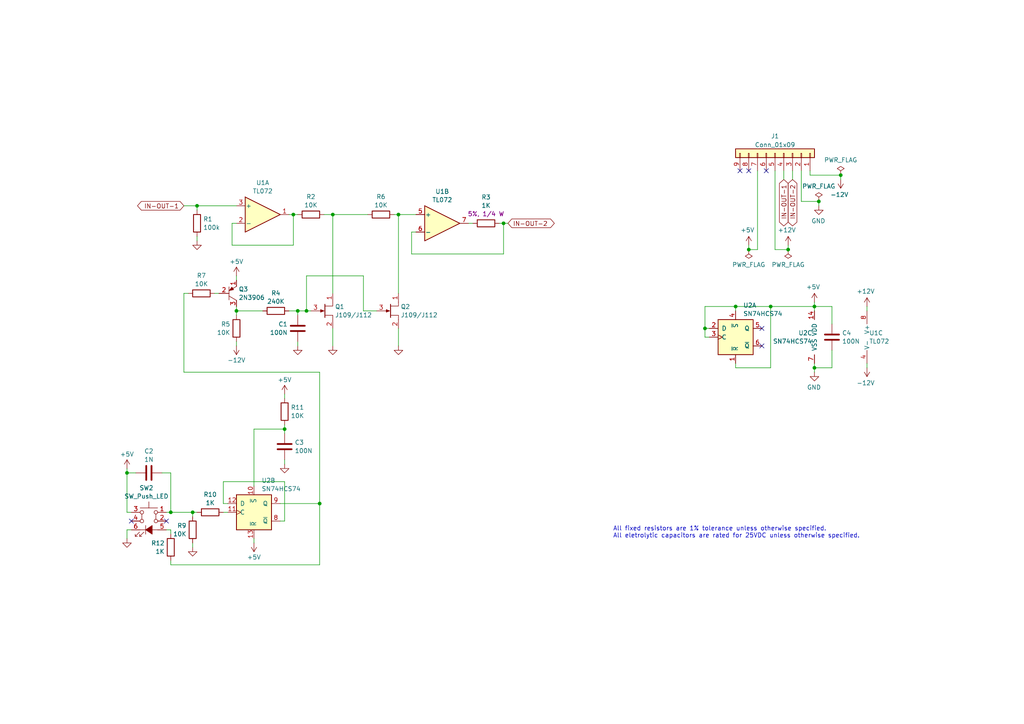
<source format=kicad_sch>
(kicad_sch (version 20230121) (generator eeschema)

  (uuid a1a9a0d8-c6de-418f-9a57-bf7f74b6d401)

  (paper "A4")

  (title_block
    (title "JFET Switch Prototype")
    (date "2021-10-06")
    (rev "1.0")
    (company "Len Popp")
    (comment 1 "Copyright © 2023 Len Popp CC BY")
    (comment 2 "Circuit design for my custom Eurorack breadboard prototyping module")
  )

  (lib_symbols
    (symbol "-lmp-IC-misc:SN74HCS74" (pin_names (offset 1.016)) (in_bom yes) (on_board yes)
      (property "Reference" "U" (at -7.62 8.89 0)
        (effects (font (size 1.27 1.27)))
      )
      (property "Value" "SN74HCS74" (at -7.62 -8.89 0)
        (effects (font (size 1.27 1.27)))
      )
      (property "Footprint" "Package_SO:SOIC-14_3.9x8.7mm_P1.27mm" (at 0 0 0)
        (effects (font (size 1.27 1.27)) hide)
      )
      (property "Datasheet" "https://www.ti.com/lit/ds/symlink/sn74hcs74.pdf" (at 0 0 0)
        (effects (font (size 1.27 1.27)) hide)
      )
      (property "Manufacturer" "Texas Instruments" (at 0 0 0)
        (effects (font (size 1.27 1.27)) hide)
      )
      (property "ManufacturerPartNum" "SN74HCS74DR" (at 0 0 0)
        (effects (font (size 1.27 1.27)) hide)
      )
      (property "Distributor" "Mouser" (at 0 0 0)
        (effects (font (size 1.27 1.27)) hide)
      )
      (property "DistributorPartNum" "595-SN74HCS74DR" (at 0 0 0)
        (effects (font (size 1.27 1.27)) hide)
      )
      (property "DistributorPartLink" "https://www.mouser.ca/ProductDetail/Texas-Instruments/SN74HCS74DR?qs=TiOZkKH1s2QvGxo75w4r5Q%3D%3D" (at 0 0 0)
        (effects (font (size 1.27 1.27)) hide)
      )
      (property "ki_locked" "" (at 0 0 0)
        (effects (font (size 1.27 1.27)))
      )
      (property "ki_keywords" "CMOS D flip-flop schmitt" (at 0 0 0)
        (effects (font (size 1.27 1.27)) hide)
      )
      (property "ki_description" "CMOS Dual D Flip-flop, Set & Reset, Positive-edge Triggered, Schmitt-trigger Input" (at 0 0 0)
        (effects (font (size 1.27 1.27)) hide)
      )
      (property "ki_fp_filters" "Breakout*DIP*14*W15.24mm* SOIC*14*3.9*8.7*P1.27*" (at 0 0 0)
        (effects (font (size 1.27 1.27)) hide)
      )
      (symbol "SN74HCS74_1_0"
        (pin input line (at 0 -7.62 90) (length 2.54)
          (name "~{R}" (effects (font (size 1.27 1.27))))
          (number "1" (effects (font (size 1.27 1.27))))
        )
        (pin input line (at -7.62 2.54 0) (length 2.54)
          (name "D" (effects (font (size 1.27 1.27))))
          (number "2" (effects (font (size 1.27 1.27))))
        )
        (pin input clock (at -7.62 0 0) (length 2.54)
          (name "C" (effects (font (size 1.27 1.27))))
          (number "3" (effects (font (size 1.27 1.27))))
        )
        (pin input line (at 0 7.62 270) (length 2.54)
          (name "~{S}" (effects (font (size 1.27 1.27))))
          (number "4" (effects (font (size 1.27 1.27))))
        )
        (pin output line (at 7.62 2.54 180) (length 2.54)
          (name "Q" (effects (font (size 1.27 1.27))))
          (number "5" (effects (font (size 1.27 1.27))))
        )
        (pin output line (at 7.62 -2.54 180) (length 2.54)
          (name "~{Q}" (effects (font (size 1.27 1.27))))
          (number "6" (effects (font (size 1.27 1.27))))
        )
      )
      (symbol "SN74HCS74_1_1"
        (rectangle (start -5.08 5.08) (end 5.08 -5.08)
          (stroke (width 0.254) (type default))
          (fill (type background))
        )
      )
      (symbol "SN74HCS74_2_0"
        (pin input line (at 0 7.62 270) (length 2.54)
          (name "~{S}" (effects (font (size 1.27 1.27))))
          (number "10" (effects (font (size 1.27 1.27))))
        )
        (pin input clock (at -7.62 0 0) (length 2.54)
          (name "C" (effects (font (size 1.27 1.27))))
          (number "11" (effects (font (size 1.27 1.27))))
        )
        (pin input line (at -7.62 2.54 0) (length 2.54)
          (name "D" (effects (font (size 1.27 1.27))))
          (number "12" (effects (font (size 1.27 1.27))))
        )
        (pin input line (at 0 -7.62 90) (length 2.54)
          (name "~{R}" (effects (font (size 1.27 1.27))))
          (number "13" (effects (font (size 1.27 1.27))))
        )
        (pin output line (at 7.62 -2.54 180) (length 2.54)
          (name "~{Q}" (effects (font (size 1.27 1.27))))
          (number "8" (effects (font (size 1.27 1.27))))
        )
        (pin output line (at 7.62 2.54 180) (length 2.54)
          (name "Q" (effects (font (size 1.27 1.27))))
          (number "9" (effects (font (size 1.27 1.27))))
        )
      )
      (symbol "SN74HCS74_2_1"
        (rectangle (start -5.08 5.08) (end 5.08 -5.08)
          (stroke (width 0.254) (type default))
          (fill (type background))
        )
      )
      (symbol "SN74HCS74_3_1"
        (pin power_in line (at 0 7.62 270) (length 2.54)
          (name "VDD" (effects (font (size 1.27 1.27))))
          (number "14" (effects (font (size 1.27 1.27))))
        )
        (pin power_in line (at 0 -7.62 90) (length 2.54)
          (name "VSS" (effects (font (size 1.27 1.27))))
          (number "7" (effects (font (size 1.27 1.27))))
        )
      )
    )
    (symbol "-lmp-opamp:TL072" (pin_names (offset 0.127)) (in_bom yes) (on_board yes)
      (property "Reference" "U" (at 0 5.08 0)
        (effects (font (size 1.27 1.27)) (justify left))
      )
      (property "Value" "TL072" (at 0 -5.08 0)
        (effects (font (size 1.27 1.27)) (justify left))
      )
      (property "Footprint" "Package_DIP:DIP-8_W7.62mm" (at 0 0 0)
        (effects (font (size 1.27 1.27)) hide)
      )
      (property "Datasheet" "https://www.ti.com/lit/ds/symlink/tl072b.pdf?ts=1628812694194" (at 0 0 0)
        (effects (font (size 1.27 1.27)) hide)
      )
      (property "Manufacturer" "Texas Instruments" (at 0 0 0)
        (effects (font (size 1.27 1.27)) hide)
      )
      (property "ManufacturerPartNum" "TL072BCP" (at 0 0 0)
        (effects (font (size 1.27 1.27)) hide)
      )
      (property "Distributor" "Mouser" (at 0 0 0)
        (effects (font (size 1.27 1.27)) hide)
      )
      (property "DistributorPartNum" "595-TL072BCP" (at 0 0 0)
        (effects (font (size 1.27 1.27)) hide)
      )
      (property "DistributorPartLink" "https://www.mouser.ca/ProductDetail/Texas-Instruments/TL072BCP?qs=p6YqzpSxLIxmo8AyZLsP4g%3D%3D" (at 0 0 0)
        (effects (font (size 1.27 1.27)) hide)
      )
      (property "ki_locked" "" (at 0 0 0)
        (effects (font (size 1.27 1.27)))
      )
      (property "ki_keywords" "dual opamp" (at 0 0 0)
        (effects (font (size 1.27 1.27)) hide)
      )
      (property "ki_description" "Dual Low-Noise JFET-Input Operational Amplifiers, DIP-8/SOIC-8" (at 0 0 0)
        (effects (font (size 1.27 1.27)) hide)
      )
      (property "ki_fp_filters" "SOIC*3.9x4.9mm*P1.27mm* DIP*W7.62mm* TO*99* OnSemi*Micro8* TSSOP*3x3mm*P0.65mm* TSSOP*4.4x3mm*P0.65mm* MSOP*3x3mm*P0.65mm* SSOP*3.9x4.9mm*P0.635mm* LFCSP*2x2mm*P0.5mm* *SIP* SOIC*5.3x6.2mm*P1.27mm*" (at 0 0 0)
        (effects (font (size 1.27 1.27)) hide)
      )
      (symbol "TL072_1_1"
        (polyline
          (pts
            (xy -5.08 5.08)
            (xy 5.08 0)
            (xy -5.08 -5.08)
            (xy -5.08 5.08)
          )
          (stroke (width 0.254) (type default))
          (fill (type background))
        )
        (pin output line (at 7.62 0 180) (length 2.54)
          (name "~" (effects (font (size 1.27 1.27))))
          (number "1" (effects (font (size 1.27 1.27))))
        )
        (pin input line (at -7.62 -2.54 0) (length 2.54)
          (name "-" (effects (font (size 1.27 1.27))))
          (number "2" (effects (font (size 1.27 1.27))))
        )
        (pin input line (at -7.62 2.54 0) (length 2.54)
          (name "+" (effects (font (size 1.27 1.27))))
          (number "3" (effects (font (size 1.27 1.27))))
        )
      )
      (symbol "TL072_2_1"
        (polyline
          (pts
            (xy -5.08 5.08)
            (xy 5.08 0)
            (xy -5.08 -5.08)
            (xy -5.08 5.08)
          )
          (stroke (width 0.254) (type default))
          (fill (type background))
        )
        (pin input line (at -7.62 2.54 0) (length 2.54)
          (name "+" (effects (font (size 1.27 1.27))))
          (number "5" (effects (font (size 1.27 1.27))))
        )
        (pin input line (at -7.62 -2.54 0) (length 2.54)
          (name "-" (effects (font (size 1.27 1.27))))
          (number "6" (effects (font (size 1.27 1.27))))
        )
        (pin output line (at 7.62 0 180) (length 2.54)
          (name "~" (effects (font (size 1.27 1.27))))
          (number "7" (effects (font (size 1.27 1.27))))
        )
      )
      (symbol "TL072_3_1"
        (pin power_in line (at -2.54 -7.62 90) (length 3.81)
          (name "V-" (effects (font (size 1.27 1.27))))
          (number "4" (effects (font (size 1.27 1.27))))
        )
        (pin power_in line (at -2.54 7.62 270) (length 3.81)
          (name "V+" (effects (font (size 1.27 1.27))))
          (number "8" (effects (font (size 1.27 1.27))))
        )
      )
    )
    (symbol "-lmp-power:+12V" (power) (pin_names (offset 0)) (in_bom yes) (on_board yes)
      (property "Reference" "#PWR" (at 0 -3.81 0)
        (effects (font (size 1.27 1.27)) hide)
      )
      (property "Value" "+12V" (at 0 3.556 0)
        (effects (font (size 1.27 1.27)))
      )
      (property "Footprint" "" (at 0 0 0)
        (effects (font (size 1.27 1.27)) hide)
      )
      (property "Datasheet" "" (at 0 0 0)
        (effects (font (size 1.27 1.27)) hide)
      )
      (property "ki_keywords" "power-flag" (at 0 0 0)
        (effects (font (size 1.27 1.27)) hide)
      )
      (property "ki_description" "Power symbol creates a global label with name \"+12V\"" (at 0 0 0)
        (effects (font (size 1.27 1.27)) hide)
      )
      (symbol "+12V_0_1"
        (polyline
          (pts
            (xy -0.762 1.27)
            (xy 0 2.54)
          )
          (stroke (width 0) (type default))
          (fill (type none))
        )
        (polyline
          (pts
            (xy 0 0)
            (xy 0 2.54)
          )
          (stroke (width 0) (type default))
          (fill (type none))
        )
        (polyline
          (pts
            (xy 0 2.54)
            (xy 0.762 1.27)
          )
          (stroke (width 0) (type default))
          (fill (type none))
        )
      )
      (symbol "+12V_1_1"
        (pin power_in line (at 0 0 90) (length 0) hide
          (name "+12V" (effects (font (size 1.27 1.27))))
          (number "1" (effects (font (size 1.27 1.27))))
        )
      )
    )
    (symbol "-lmp-power:+5V" (power) (pin_names (offset 0)) (in_bom yes) (on_board yes)
      (property "Reference" "#PWR" (at 0 -3.81 0)
        (effects (font (size 1.27 1.27)) hide)
      )
      (property "Value" "+5V" (at 0 3.556 0)
        (effects (font (size 1.27 1.27)))
      )
      (property "Footprint" "" (at 0 0 0)
        (effects (font (size 1.27 1.27)) hide)
      )
      (property "Datasheet" "" (at 0 0 0)
        (effects (font (size 1.27 1.27)) hide)
      )
      (property "ki_keywords" "power-flag" (at 0 0 0)
        (effects (font (size 1.27 1.27)) hide)
      )
      (property "ki_description" "Power symbol creates a global label with name \"+5V\"" (at 0 0 0)
        (effects (font (size 1.27 1.27)) hide)
      )
      (symbol "+5V_0_1"
        (polyline
          (pts
            (xy -0.762 1.27)
            (xy 0 2.54)
          )
          (stroke (width 0) (type default))
          (fill (type none))
        )
        (polyline
          (pts
            (xy 0 0)
            (xy 0 2.54)
          )
          (stroke (width 0) (type default))
          (fill (type none))
        )
        (polyline
          (pts
            (xy 0 2.54)
            (xy 0.762 1.27)
          )
          (stroke (width 0) (type default))
          (fill (type none))
        )
      )
      (symbol "+5V_1_1"
        (pin power_in line (at 0 0 90) (length 0) hide
          (name "+5V" (effects (font (size 1.27 1.27))))
          (number "1" (effects (font (size 1.27 1.27))))
        )
      )
    )
    (symbol "-lmp-power:-12V" (power) (pin_names (offset 0)) (in_bom yes) (on_board yes)
      (property "Reference" "#PWR" (at 0 3.81 0)
        (effects (font (size 1.27 1.27)) hide)
      )
      (property "Value" "-12V" (at 0 -3.556 0)
        (effects (font (size 1.27 1.27)))
      )
      (property "Footprint" "" (at 0 0 0)
        (effects (font (size 1.27 1.27)) hide)
      )
      (property "Datasheet" "" (at 0 0 0)
        (effects (font (size 1.27 1.27)) hide)
      )
      (property "ki_keywords" "power-flag" (at 0 0 0)
        (effects (font (size 1.27 1.27)) hide)
      )
      (property "ki_description" "Power symbol creates a global label with name \"-12V\"" (at 0 0 0)
        (effects (font (size 1.27 1.27)) hide)
      )
      (symbol "-12V_0_1"
        (polyline
          (pts
            (xy -0.762 -1.27)
            (xy 0 -2.54)
          )
          (stroke (width 0) (type default))
          (fill (type none))
        )
        (polyline
          (pts
            (xy 0 -2.54)
            (xy 0.762 -1.27)
          )
          (stroke (width 0) (type default))
          (fill (type none))
        )
        (polyline
          (pts
            (xy 0 0)
            (xy 0 -2.54)
          )
          (stroke (width 0) (type default))
          (fill (type none))
        )
      )
      (symbol "-12V_1_1"
        (pin power_in line (at 0 0 270) (length 0) hide
          (name "-12V" (effects (font (size 1.27 1.27))))
          (number "1" (effects (font (size 1.27 1.27))))
        )
      )
    )
    (symbol "-lmp-power:GND" (power) (pin_names (offset 0)) (in_bom yes) (on_board yes)
      (property "Reference" "#PWR" (at 0 -6.35 0)
        (effects (font (size 1.27 1.27)) hide)
      )
      (property "Value" "GND" (at 0 -3.81 0)
        (effects (font (size 1.27 1.27)))
      )
      (property "Footprint" "" (at 0 0 0)
        (effects (font (size 1.27 1.27)) hide)
      )
      (property "Datasheet" "" (at 0 0 0)
        (effects (font (size 1.27 1.27)) hide)
      )
      (property "ki_keywords" "power-flag" (at 0 0 0)
        (effects (font (size 1.27 1.27)) hide)
      )
      (property "ki_description" "Power symbol creates a global label with name \"GND\" , ground" (at 0 0 0)
        (effects (font (size 1.27 1.27)) hide)
      )
      (symbol "GND_0_1"
        (polyline
          (pts
            (xy 0 0)
            (xy 0 -1.27)
            (xy 1.27 -1.27)
            (xy 0 -2.54)
            (xy -1.27 -1.27)
            (xy 0 -1.27)
          )
          (stroke (width 0) (type default))
          (fill (type none))
        )
      )
      (symbol "GND_1_1"
        (pin power_in line (at 0 0 270) (length 0) hide
          (name "GND" (effects (font (size 1.27 1.27))))
          (number "1" (effects (font (size 1.27 1.27))))
        )
      )
    )
    (symbol "-lmp-power:PWR_FLAG" (power) (pin_numbers hide) (pin_names (offset 0) hide) (in_bom yes) (on_board yes)
      (property "Reference" "#FLG" (at 0 1.905 0)
        (effects (font (size 1.27 1.27)) hide)
      )
      (property "Value" "PWR_FLAG" (at 0 3.81 0)
        (effects (font (size 1.27 1.27)))
      )
      (property "Footprint" "" (at 0 0 0)
        (effects (font (size 1.27 1.27)) hide)
      )
      (property "Datasheet" "~" (at 0 0 0)
        (effects (font (size 1.27 1.27)) hide)
      )
      (property "ki_keywords" "power-flag" (at 0 0 0)
        (effects (font (size 1.27 1.27)) hide)
      )
      (property "ki_description" "Special symbol for telling ERC where power comes from" (at 0 0 0)
        (effects (font (size 1.27 1.27)) hide)
      )
      (symbol "PWR_FLAG_0_0"
        (pin power_out line (at 0 0 90) (length 0)
          (name "pwr" (effects (font (size 1.27 1.27))))
          (number "1" (effects (font (size 1.27 1.27))))
        )
      )
      (symbol "PWR_FLAG_0_1"
        (polyline
          (pts
            (xy 0 0)
            (xy 0 1.27)
            (xy -1.016 1.905)
            (xy 0 2.54)
            (xy 1.016 1.905)
            (xy 0 1.27)
          )
          (stroke (width 0) (type default))
          (fill (type none))
        )
      )
    )
    (symbol "-lmp-synth:R_1K_Output" (pin_numbers hide) (pin_names (offset 0)) (in_bom yes) (on_board yes)
      (property "Reference" "R" (at -2.286 0 90)
        (effects (font (size 1.27 1.27)))
      )
      (property "Value" "R_1K_Output" (at 2.413 0 90)
        (effects (font (size 1.27 1.27)))
      )
      (property "Footprint" "-lmp-misc:R_Axial_DIN0207_L6.3mm_D2.5mm_P10.16mm_Horizontal" (at -1.778 0 90)
        (effects (font (size 1.27 1.27)) hide)
      )
      (property "Datasheet" "https://www.mouser.ca/datasheet/2/427/ccf07-1762725.pdf" (at 0 0 0)
        (effects (font (size 1.27 1.27)) hide)
      )
      (property "Value2" "5%, 1/4 W" (at 4.445 0 90)
        (effects (font (size 1.27 1.27)))
      )
      (property "Note" "Output limiting" (at -1.905 -1.905 90)
        (effects (font (size 1.27 1.27)) hide)
      )
      (property "Manufacturer" "Vishay / Dale" (at 0 0 0)
        (effects (font (size 1.27 1.27)) hide)
      )
      (property "ManufacturerPartNum" "CCF071K00JKE36" (at 0 0 0)
        (effects (font (size 1.27 1.27)) hide)
      )
      (property "Distributor" "Mouser" (at -1.905 0 90)
        (effects (font (size 1.27 1.27)) hide)
      )
      (property "DistributorPartNum" "71-CCF071K00JKE36" (at 0 0 0)
        (effects (font (size 1.27 1.27)) hide)
      )
      (property "DistributorPartLink" "https://www.mouser.ca/ProductDetail/Vishay-Dale/CCF071K00JKE36?qs=sGAEpiMZZMsPqMdJzcrNwqw41JD0NFylHV1MADcQnpo%3D" (at 0 0 0)
        (effects (font (size 1.27 1.27)) hide)
      )
      (property "ki_keywords" "R res resistor" (at 0 0 0)
        (effects (font (size 1.27 1.27)) hide)
      )
      (property "ki_description" "Resistor" (at 0 0 0)
        (effects (font (size 1.27 1.27)) hide)
      )
      (property "ki_fp_filters" "R_*" (at 0 0 0)
        (effects (font (size 1.27 1.27)) hide)
      )
      (symbol "R_1K_Output_0_1"
        (rectangle (start -1.016 -2.54) (end 1.016 2.54)
          (stroke (width 0.254) (type default))
          (fill (type none))
        )
      )
      (symbol "R_1K_Output_1_1"
        (pin passive line (at 0 3.81 270) (length 1.27)
          (name "~" (effects (font (size 1.27 1.27))))
          (number "1" (effects (font (size 1.27 1.27))))
        )
        (pin passive line (at 0 -3.81 90) (length 1.27)
          (name "~" (effects (font (size 1.27 1.27))))
          (number "2" (effects (font (size 1.27 1.27))))
        )
      )
    )
    (symbol "-lmp-synth:SW_Push_LED_C&K_D6R" (pin_names (offset 1.016) hide) (in_bom yes) (on_board yes)
      (property "Reference" "SW" (at 0.635 5.715 0)
        (effects (font (size 1.27 1.27)) (justify left))
      )
      (property "Value" "SW_Push_LED_C&K_D6R" (at -0.0508 -5.9182 0)
        (effects (font (size 1.27 1.27)))
      )
      (property "Footprint" "-lmp-synth:SW_Push_LED_C&K_D6R" (at 0 7.62 0)
        (effects (font (size 1.27 1.27)) hide)
      )
      (property "Datasheet" "https://www.mouser.ca/datasheet/2/60/d6-1382571.pdf" (at 0 7.62 0)
        (effects (font (size 1.27 1.27)) hide)
      )
      (property "Manufacturer" "C&K" (at 0 0 0)
        (effects (font (size 1.27 1.27)) hide)
      )
      (property "ManufacturerPartNum" "D6RLBUF1 LFS" (at 0 0 0)
        (effects (font (size 1.27 1.27)) hide)
      )
      (property "Distributor" "Mouser" (at 0 0 0)
        (effects (font (size 1.27 1.27)) hide)
      )
      (property "DistributorPartNum" "611-D6RLBUF1LFS" (at 0 0 0)
        (effects (font (size 1.27 1.27)) hide)
      )
      (property "DistributorPartLink" "https://www.mouser.co.uk/ProductDetail/CK/D6RLBUF1-LFS?qs=zW32dvEIR3uFcmnP%2FjXwsQ%3D%3D" (at 0 0 0)
        (effects (font (size 1.27 1.27)) hide)
      )
      (property "ki_keywords" "switch normally-open pushbutton push-button LED C&K D6R" (at 0 0 0)
        (effects (font (size 1.27 1.27)) hide)
      )
      (property "ki_description" "Push button switch with single LED, C&K D6R series" (at 0 0 0)
        (effects (font (size 1.27 1.27)) hide)
      )
      (symbol "SW_Push_LED_C&K_D6R_0_0"
        (polyline
          (pts
            (xy -2.54 -2.54)
            (xy 2.54 -2.54)
          )
          (stroke (width 0) (type default))
          (fill (type none))
        )
        (polyline
          (pts
            (xy 0.9398 -1.27)
            (xy 0.9398 -3.81)
          )
          (stroke (width 0) (type default))
          (fill (type none))
        )
        (polyline
          (pts
            (xy 2.6924 -4.445)
            (xy 1.4224 -3.175)
          )
          (stroke (width 0) (type default))
          (fill (type none))
        )
        (polyline
          (pts
            (xy 3.9624 -4.445)
            (xy 2.6924 -3.175)
          )
          (stroke (width 0) (type default))
          (fill (type none))
        )
        (polyline
          (pts
            (xy 2.6924 -3.81)
            (xy 2.6924 -4.445)
            (xy 2.0574 -4.445)
          )
          (stroke (width 0) (type default))
          (fill (type none))
        )
        (polyline
          (pts
            (xy 3.9624 -3.81)
            (xy 3.9624 -4.445)
            (xy 3.3274 -4.445)
          )
          (stroke (width 0) (type default))
          (fill (type none))
        )
        (polyline
          (pts
            (xy 0.9398 -2.54)
            (xy -0.9652 -1.27)
            (xy -0.9652 -3.81)
            (xy 0.9398 -2.54)
          )
          (stroke (width 0) (type default))
          (fill (type outline))
        )
      )
      (symbol "SW_Push_LED_C&K_D6R_0_1"
        (circle (center -2.032 2.54) (radius 0.508)
          (stroke (width 0) (type default))
          (fill (type none))
        )
        (polyline
          (pts
            (xy -2.032 2.032)
            (xy -2.032 0.508)
          )
          (stroke (width 0) (type default))
          (fill (type none))
        )
        (polyline
          (pts
            (xy 0 3.81)
            (xy 0 5.588)
          )
          (stroke (width 0) (type default))
          (fill (type none))
        )
        (polyline
          (pts
            (xy 2.032 2.032)
            (xy 2.032 0.508)
          )
          (stroke (width 0) (type default))
          (fill (type none))
        )
        (polyline
          (pts
            (xy 2.54 3.81)
            (xy -2.54 3.81)
          )
          (stroke (width 0) (type default))
          (fill (type none))
        )
        (circle (center 2.032 2.54) (radius 0.508)
          (stroke (width 0) (type default))
          (fill (type none))
        )
        (pin passive line (at -5.08 2.54 0) (length 2.54)
          (name "1" (effects (font (size 1.27 1.27))))
          (number "1" (effects (font (size 1.27 1.27))))
        )
        (pin passive line (at 5.08 2.54 180) (length 2.54)
          (name "3" (effects (font (size 1.27 1.27))))
          (number "3" (effects (font (size 1.27 1.27))))
        )
        (pin passive line (at -5.08 -2.54 0) (length 2.54)
          (name "A" (effects (font (size 1.27 1.27))))
          (number "5" (effects (font (size 1.27 1.27))))
        )
        (pin passive line (at 5.08 -2.54 180) (length 2.54)
          (name "K" (effects (font (size 1.27 1.27))))
          (number "6" (effects (font (size 1.27 1.27))))
        )
      )
      (symbol "SW_Push_LED_C&K_D6R_1_1"
        (circle (center -2.032 0) (radius 0.508)
          (stroke (width 0) (type default))
          (fill (type none))
        )
        (circle (center 2.032 0) (radius 0.508)
          (stroke (width 0) (type default))
          (fill (type none))
        )
        (pin passive line (at -5.08 0 0) (length 2.54)
          (name "2" (effects (font (size 1.27 1.27))))
          (number "2" (effects (font (size 1.27 1.27))))
        )
        (pin passive line (at 5.08 0 180) (length 2.54)
          (name "4" (effects (font (size 1.27 1.27))))
          (number "4" (effects (font (size 1.27 1.27))))
        )
      )
    )
    (symbol "-lmp:CC_100N" (pin_numbers hide) (pin_names (offset 0.254)) (in_bom yes) (on_board yes)
      (property "Reference" "C" (at 0.635 2.54 0)
        (effects (font (size 1.27 1.27)) (justify left))
      )
      (property "Value" "CC_100N" (at 0.635 -2.54 0)
        (effects (font (size 1.27 1.27)) (justify left))
      )
      (property "Footprint" "-lmp-misc:C_Disc_D5.0mm_W2.5mm_P2.50mm" (at 0.9652 -3.81 0)
        (effects (font (size 1.27 1.27)) hide)
      )
      (property "Datasheet" "https://product.tdk.com/system/files/dam/doc/product/capacitor/ceramic/lead-mlcc/catalog/leadmlcc_halogenfree_fg_en.pdf" (at -0.635 -3.81 0)
        (effects (font (size 1.27 1.27)) hide)
      )
      (property "Note" "IC decoupling" (at 0.635 -5.08 0)
        (effects (font (size 1.27 1.27)) (justify left) hide)
      )
      (property "Manufacturer" "TDK" (at 0 0 0)
        (effects (font (size 1.27 1.27)) hide)
      )
      (property "ManufacturerPartNum" "FG18X7R1H104KNT06" (at 0 0 0)
        (effects (font (size 1.27 1.27)) hide)
      )
      (property "Distributor" "Mouser" (at 0 0 0)
        (effects (font (size 1.27 1.27)) hide)
      )
      (property "DistributorPartNum" "810-FG18X7R1H104KNT6" (at 0 0 0)
        (effects (font (size 1.27 1.27)) hide)
      )
      (property "DistributorPartLink" "https://www.mouser.ca/ProductDetail/810-FG18X7R1H104KNT6" (at 0 0 0)
        (effects (font (size 1.27 1.27)) hide)
      )
      (property "ki_keywords" "cap capacitor ceramic" (at 0 0 0)
        (effects (font (size 1.27 1.27)) hide)
      )
      (property "ki_description" "Capacitor - Ceramic - IC decoupling" (at 0 0 0)
        (effects (font (size 1.27 1.27)) hide)
      )
      (property "ki_fp_filters" "C_*" (at 0 0 0)
        (effects (font (size 1.27 1.27)) hide)
      )
      (symbol "CC_100N_0_1"
        (polyline
          (pts
            (xy -2.032 -0.762)
            (xy 2.032 -0.762)
          )
          (stroke (width 0.508) (type default))
          (fill (type none))
        )
        (polyline
          (pts
            (xy -2.032 0.762)
            (xy 2.032 0.762)
          )
          (stroke (width 0.508) (type default))
          (fill (type none))
        )
      )
      (symbol "CC_100N_1_1"
        (pin passive line (at 0 3.81 270) (length 2.794)
          (name "~" (effects (font (size 1.27 1.27))))
          (number "1" (effects (font (size 1.27 1.27))))
        )
        (pin passive line (at 0 -3.81 90) (length 2.794)
          (name "~" (effects (font (size 1.27 1.27))))
          (number "2" (effects (font (size 1.27 1.27))))
        )
      )
    )
    (symbol "-lmp:Q_JFET_N_DSG" (pin_names (offset 0) hide) (in_bom yes) (on_board yes)
      (property "Reference" "Q" (at 5.08 1.27 0)
        (effects (font (size 1.27 1.27)) (justify left))
      )
      (property "Value" "Q_JFET_N_DSG" (at 5.08 -1.27 0)
        (effects (font (size 1.27 1.27)) (justify left))
      )
      (property "Footprint" "-lmp-misc:TO-92_Inline_Wide" (at 5.08 2.54 0)
        (effects (font (size 1.27 1.27)) hide)
      )
      (property "Datasheet" "~" (at 0 0 0)
        (effects (font (size 1.27 1.27)) hide)
      )
      (property "ki_keywords" "transistor NJFET N-JFET" (at 0 0 0)
        (effects (font (size 1.27 1.27)) hide)
      )
      (property "ki_description" "N-JFET transistor, drain/source/gate" (at 0 0 0)
        (effects (font (size 1.27 1.27)) hide)
      )
      (symbol "Q_JFET_N_DSG_0_1"
        (polyline
          (pts
            (xy 0.254 1.905)
            (xy 0.254 -1.905)
            (xy 0.254 -1.905)
          )
          (stroke (width 0.254) (type default))
          (fill (type none))
        )
        (polyline
          (pts
            (xy 2.54 -2.54)
            (xy 2.54 -1.27)
            (xy 0.254 -1.27)
          )
          (stroke (width 0) (type default))
          (fill (type none))
        )
        (polyline
          (pts
            (xy 2.54 2.54)
            (xy 2.54 1.397)
            (xy 0.254 1.397)
          )
          (stroke (width 0) (type default))
          (fill (type none))
        )
        (polyline
          (pts
            (xy 0 0)
            (xy -1.016 0.381)
            (xy -1.016 -0.381)
            (xy 0 0)
          )
          (stroke (width 0) (type default))
          (fill (type outline))
        )
      )
      (symbol "Q_JFET_N_DSG_1_1"
        (pin passive line (at 2.54 5.08 270) (length 2.54)
          (name "D" (effects (font (size 1.27 1.27))))
          (number "1" (effects (font (size 1.27 1.27))))
        )
        (pin passive line (at 2.54 -5.08 90) (length 2.54)
          (name "S" (effects (font (size 1.27 1.27))))
          (number "2" (effects (font (size 1.27 1.27))))
        )
        (pin input line (at -3.81 0 0) (length 2.667)
          (name "G" (effects (font (size 1.27 1.27))))
          (number "3" (effects (font (size 1.27 1.27))))
        )
      )
    )
    (symbol "-lmp:Q_PNP_2N3906" (pin_names (offset 0) hide) (in_bom yes) (on_board yes)
      (property "Reference" "Q" (at 4.445 1.905 0)
        (effects (font (size 1.27 1.27)) (justify left))
      )
      (property "Value" "Q_PNP_2N3906" (at 4.445 0 0)
        (effects (font (size 1.27 1.27)) (justify left))
      )
      (property "Footprint" "-lmp-misc:TO-92_Inline_Wide" (at 4.445 -1.905 0)
        (effects (font (size 1.27 1.27) italic) (justify left) hide)
      )
      (property "Datasheet" "https://www.onsemi.com/pub/Collateral/2N3906-D.PDF" (at 0 0 0)
        (effects (font (size 1.27 1.27)) (justify left) hide)
      )
      (property "Manufacturer" "ON Semiconductor / Fairchild" (at 0.0508 -4.826 0)
        (effects (font (size 1.27 1.27)) hide)
      )
      (property "ManufacturerPartNum" "2N3906TAR" (at 0.1016 -5.1308 0)
        (effects (font (size 1.27 1.27)) hide)
      )
      (property "Distributor" "Mouser" (at 0.1016 -5.1308 0)
        (effects (font (size 1.27 1.27)) hide)
      )
      (property "DistributorPartNum" "512-2N3906TAR" (at 0.1016 -5.1308 0)
        (effects (font (size 1.27 1.27)) hide)
      )
      (property "DistributorPartLink" "https://www.mouser.ca/ProductDetail/ON-Semiconductor-Fairchild/2N3906TAR?qs=VnWRSnLxLU2ypWvU5pgBbw%3D%3D" (at 0.0508 -4.826 0)
        (effects (font (size 1.27 1.27)) hide)
      )
      (property "ki_keywords" "PNP Transistor" (at 0 0 0)
        (effects (font (size 1.27 1.27)) hide)
      )
      (property "ki_description" "Small Signal PNP Transistor, -0.2A Ic, -40V Vce, TO-92" (at 0 0 0)
        (effects (font (size 1.27 1.27)) hide)
      )
      (property "ki_fp_filters" "TO?92*" (at 0 0 0)
        (effects (font (size 1.27 1.27)) hide)
      )
      (symbol "Q_PNP_2N3906_0_1"
        (polyline
          (pts
            (xy 0.381 -0.762)
            (xy 2.54 -2.032)
          )
          (stroke (width 0) (type default))
          (fill (type background))
        )
        (polyline
          (pts
            (xy 0.381 0.762)
            (xy 2.54 2.032)
          )
          (stroke (width 0) (type default))
          (fill (type none))
        )
        (polyline
          (pts
            (xy 0.381 1.905)
            (xy 0.381 -1.905)
            (xy 0.381 -1.905)
          )
          (stroke (width 0) (type default))
          (fill (type none))
        )
        (polyline
          (pts
            (xy 0.4572 0.8128)
            (xy 1.2192 1.8288)
            (xy 1.7272 1.0668)
            (xy 0.4572 0.8128)
          )
          (stroke (width 0) (type default))
          (fill (type outline))
        )
      )
      (symbol "Q_PNP_2N3906_1_1"
        (pin passive line (at 2.54 3.81 270) (length 1.778)
          (name "E" (effects (font (size 1.27 1.27))))
          (number "1" (effects (font (size 1.27 1.27))))
        )
        (pin passive line (at -2.54 0 0) (length 2.921)
          (name "B" (effects (font (size 1.27 1.27))))
          (number "2" (effects (font (size 1.27 1.27))))
        )
        (pin passive line (at 2.54 -3.81 90) (length 1.778)
          (name "C" (effects (font (size 1.27 1.27))))
          (number "3" (effects (font (size 1.27 1.27))))
        )
      )
    )
    (symbol "-lmp:R_1%_0W166" (pin_numbers hide) (pin_names (offset 0)) (in_bom yes) (on_board yes)
      (property "Reference" "R" (at -2.286 0 90)
        (effects (font (size 1.27 1.27)))
      )
      (property "Value" "R_1%_0W166" (at 2.413 0 90)
        (effects (font (size 1.27 1.27)))
      )
      (property "Footprint" "-lmp-misc:R_Axial_DIN0207_L6.3mm_D2.5mm_P7.62mm_Horizontal" (at -1.778 0 90)
        (effects (font (size 1.27 1.27)) hide)
      )
      (property "Datasheet" "https://www.mouser.ca/datasheet/2/447/Yageo_LR_MFR_1-1714151.pdf" (at 0 0 0)
        (effects (font (size 1.27 1.27)) hide)
      )
      (property "Manufacturer" "YAGEO" (at 0 0 0)
        (effects (font (size 1.27 1.27)) hide)
      )
      (property "ManufacturerPartNum" "MFR-12*" (at 0 0 0)
        (effects (font (size 1.27 1.27)) hide)
      )
      (property "Distributor" "Mouser" (at 0 0 0)
        (effects (font (size 1.27 1.27)) hide)
      )
      (property "DistributorPartNum" "603-MFR-12*" (at 0 0 0)
        (effects (font (size 1.27 1.27)) hide)
      )
      (property "DistributorPartLink" "https://www.mouser.ca/c/?m=YAGEO&power+rating=166+mW+(1%2f6+W)&tolerance=1+%25&instock=y" (at 0 0 0)
        (effects (font (size 1.27 1.27)) hide)
      )
      (property "Value2" "1%, 1/6 W" (at 4.953 0 90)
        (effects (font (size 1.27 1.27)) hide)
      )
      (property "ki_keywords" "R res resistor" (at 0 0 0)
        (effects (font (size 1.27 1.27)) hide)
      )
      (property "ki_description" "Resistor" (at 0 0 0)
        (effects (font (size 1.27 1.27)) hide)
      )
      (property "ki_fp_filters" "R_*" (at 0 0 0)
        (effects (font (size 1.27 1.27)) hide)
      )
      (symbol "R_1%_0W166_0_1"
        (rectangle (start -1.016 -2.54) (end 1.016 2.54)
          (stroke (width 0.254) (type default))
          (fill (type none))
        )
      )
      (symbol "R_1%_0W166_1_1"
        (pin passive line (at 0 3.81 270) (length 1.27)
          (name "~" (effects (font (size 1.27 1.27))))
          (number "1" (effects (font (size 1.27 1.27))))
        )
        (pin passive line (at 0 -3.81 90) (length 1.27)
          (name "~" (effects (font (size 1.27 1.27))))
          (number "2" (effects (font (size 1.27 1.27))))
        )
      )
    )
    (symbol "Connector_Generic:Conn_01x09" (pin_names (offset 1.016) hide) (in_bom yes) (on_board yes)
      (property "Reference" "J" (at 0 12.7 0)
        (effects (font (size 1.27 1.27)))
      )
      (property "Value" "Conn_01x09" (at 0 -12.7 0)
        (effects (font (size 1.27 1.27)))
      )
      (property "Footprint" "" (at 0 0 0)
        (effects (font (size 1.27 1.27)) hide)
      )
      (property "Datasheet" "~" (at 0 0 0)
        (effects (font (size 1.27 1.27)) hide)
      )
      (property "ki_keywords" "connector" (at 0 0 0)
        (effects (font (size 1.27 1.27)) hide)
      )
      (property "ki_description" "Generic connector, single row, 01x09, script generated (kicad-library-utils/schlib/autogen/connector/)" (at 0 0 0)
        (effects (font (size 1.27 1.27)) hide)
      )
      (property "ki_fp_filters" "Connector*:*_1x??_*" (at 0 0 0)
        (effects (font (size 1.27 1.27)) hide)
      )
      (symbol "Conn_01x09_1_1"
        (rectangle (start -1.27 -10.033) (end 0 -10.287)
          (stroke (width 0.1524) (type default))
          (fill (type none))
        )
        (rectangle (start -1.27 -7.493) (end 0 -7.747)
          (stroke (width 0.1524) (type default))
          (fill (type none))
        )
        (rectangle (start -1.27 -4.953) (end 0 -5.207)
          (stroke (width 0.1524) (type default))
          (fill (type none))
        )
        (rectangle (start -1.27 -2.413) (end 0 -2.667)
          (stroke (width 0.1524) (type default))
          (fill (type none))
        )
        (rectangle (start -1.27 0.127) (end 0 -0.127)
          (stroke (width 0.1524) (type default))
          (fill (type none))
        )
        (rectangle (start -1.27 2.667) (end 0 2.413)
          (stroke (width 0.1524) (type default))
          (fill (type none))
        )
        (rectangle (start -1.27 5.207) (end 0 4.953)
          (stroke (width 0.1524) (type default))
          (fill (type none))
        )
        (rectangle (start -1.27 7.747) (end 0 7.493)
          (stroke (width 0.1524) (type default))
          (fill (type none))
        )
        (rectangle (start -1.27 10.287) (end 0 10.033)
          (stroke (width 0.1524) (type default))
          (fill (type none))
        )
        (rectangle (start -1.27 11.43) (end 1.27 -11.43)
          (stroke (width 0.254) (type default))
          (fill (type background))
        )
        (pin passive line (at -5.08 10.16 0) (length 3.81)
          (name "Pin_1" (effects (font (size 1.27 1.27))))
          (number "1" (effects (font (size 1.27 1.27))))
        )
        (pin passive line (at -5.08 7.62 0) (length 3.81)
          (name "Pin_2" (effects (font (size 1.27 1.27))))
          (number "2" (effects (font (size 1.27 1.27))))
        )
        (pin passive line (at -5.08 5.08 0) (length 3.81)
          (name "Pin_3" (effects (font (size 1.27 1.27))))
          (number "3" (effects (font (size 1.27 1.27))))
        )
        (pin passive line (at -5.08 2.54 0) (length 3.81)
          (name "Pin_4" (effects (font (size 1.27 1.27))))
          (number "4" (effects (font (size 1.27 1.27))))
        )
        (pin passive line (at -5.08 0 0) (length 3.81)
          (name "Pin_5" (effects (font (size 1.27 1.27))))
          (number "5" (effects (font (size 1.27 1.27))))
        )
        (pin passive line (at -5.08 -2.54 0) (length 3.81)
          (name "Pin_6" (effects (font (size 1.27 1.27))))
          (number "6" (effects (font (size 1.27 1.27))))
        )
        (pin passive line (at -5.08 -5.08 0) (length 3.81)
          (name "Pin_7" (effects (font (size 1.27 1.27))))
          (number "7" (effects (font (size 1.27 1.27))))
        )
        (pin passive line (at -5.08 -7.62 0) (length 3.81)
          (name "Pin_8" (effects (font (size 1.27 1.27))))
          (number "8" (effects (font (size 1.27 1.27))))
        )
        (pin passive line (at -5.08 -10.16 0) (length 3.81)
          (name "Pin_9" (effects (font (size 1.27 1.27))))
          (number "9" (effects (font (size 1.27 1.27))))
        )
      )
    )
    (symbol "GND_1" (power) (pin_numbers hide) (pin_names (offset 0) hide) (in_bom yes) (on_board yes)
      (property "Reference" "#PWR" (at 0 -6.35 0)
        (effects (font (size 1.27 1.27)) hide)
      )
      (property "Value" "GND_1" (at 0 -3.81 0)
        (effects (font (size 1.27 1.27)) hide)
      )
      (property "Footprint" "" (at 0 0 0)
        (effects (font (size 1.27 1.27)) hide)
      )
      (property "Datasheet" "" (at 0 0 0)
        (effects (font (size 1.27 1.27)) hide)
      )
      (property "ki_keywords" "power-flag" (at 0 0 0)
        (effects (font (size 1.27 1.27)) hide)
      )
      (property "ki_description" "Power symbol creates a global label with name \"GND\" , ground" (at 0 0 0)
        (effects (font (size 1.27 1.27)) hide)
      )
      (symbol "GND_1_0_1"
        (polyline
          (pts
            (xy 0 0)
            (xy 0 -1.27)
            (xy 1.27 -1.27)
            (xy 0 -2.54)
            (xy -1.27 -1.27)
            (xy 0 -1.27)
          )
          (stroke (width 0) (type default))
          (fill (type none))
        )
      )
      (symbol "GND_1_1_1"
        (pin power_in line (at 0 0 270) (length 0) hide
          (name "GND" (effects (font (size 1.27 1.27))))
          (number "1" (effects (font (size 1.27 1.27))))
        )
      )
    )
    (symbol "GND_2" (power) (pin_numbers hide) (pin_names (offset 0) hide) (in_bom yes) (on_board yes)
      (property "Reference" "#PWR" (at 0 -6.35 0)
        (effects (font (size 1.27 1.27)) hide)
      )
      (property "Value" "GND_2" (at 0 -3.81 0)
        (effects (font (size 1.27 1.27)) hide)
      )
      (property "Footprint" "" (at 0 0 0)
        (effects (font (size 1.27 1.27)) hide)
      )
      (property "Datasheet" "" (at 0 0 0)
        (effects (font (size 1.27 1.27)) hide)
      )
      (property "ki_keywords" "power-flag" (at 0 0 0)
        (effects (font (size 1.27 1.27)) hide)
      )
      (property "ki_description" "Power symbol creates a global label with name \"GND\" , ground" (at 0 0 0)
        (effects (font (size 1.27 1.27)) hide)
      )
      (symbol "GND_2_0_1"
        (polyline
          (pts
            (xy 0 0)
            (xy 0 -1.27)
            (xy 1.27 -1.27)
            (xy 0 -2.54)
            (xy -1.27 -1.27)
            (xy 0 -1.27)
          )
          (stroke (width 0) (type default))
          (fill (type none))
        )
      )
      (symbol "GND_2_1_1"
        (pin power_in line (at 0 0 270) (length 0) hide
          (name "GND" (effects (font (size 1.27 1.27))))
          (number "1" (effects (font (size 1.27 1.27))))
        )
      )
    )
    (symbol "GND_4" (power) (pin_numbers hide) (pin_names (offset 0) hide) (in_bom yes) (on_board yes)
      (property "Reference" "#PWR" (at 0 -6.35 0)
        (effects (font (size 1.27 1.27)) hide)
      )
      (property "Value" "GND_4" (at 0 -3.81 0)
        (effects (font (size 1.27 1.27)) hide)
      )
      (property "Footprint" "" (at 0 0 0)
        (effects (font (size 1.27 1.27)) hide)
      )
      (property "Datasheet" "" (at 0 0 0)
        (effects (font (size 1.27 1.27)) hide)
      )
      (property "ki_keywords" "power-flag" (at 0 0 0)
        (effects (font (size 1.27 1.27)) hide)
      )
      (property "ki_description" "Power symbol creates a global label with name \"GND\" , ground" (at 0 0 0)
        (effects (font (size 1.27 1.27)) hide)
      )
      (symbol "GND_4_0_1"
        (polyline
          (pts
            (xy 0 0)
            (xy 0 -1.27)
            (xy 1.27 -1.27)
            (xy 0 -2.54)
            (xy -1.27 -1.27)
            (xy 0 -1.27)
          )
          (stroke (width 0) (type default))
          (fill (type none))
        )
      )
      (symbol "GND_4_1_1"
        (pin power_in line (at 0 0 270) (length 0) hide
          (name "GND" (effects (font (size 1.27 1.27))))
          (number "1" (effects (font (size 1.27 1.27))))
        )
      )
    )
  )

  (junction (at 57.15 59.69) (diameter 0) (color 0 0 0 0)
    (uuid 0b661df6-0acc-45fc-858b-355849cf47a4)
  )
  (junction (at 146.05 64.77) (diameter 0) (color 0 0 0 0)
    (uuid 0d73ddda-44a6-4383-b1f8-e732ba511ba3)
  )
  (junction (at 92.71 146.05) (diameter 0) (color 0 0 0 0)
    (uuid 1f169e93-c260-4bc5-804e-4f466ef27d9c)
  )
  (junction (at 49.53 148.59) (diameter 0) (color 0 0 0 0)
    (uuid 236837bb-ba67-4463-ba98-efd710a2d89a)
  )
  (junction (at 115.57 62.23) (diameter 0) (color 0 0 0 0)
    (uuid 3ff8b8d1-a5bc-4d3e-b921-28a63e128580)
  )
  (junction (at 36.83 137.16) (diameter 0) (color 0 0 0 0)
    (uuid 42ad27f4-30ef-43b7-96a7-b0ef1780f621)
  )
  (junction (at 68.58 90.17) (diameter 0) (color 0 0 0 0)
    (uuid 44c28e7e-b2ab-43bd-b42e-cc395837b659)
  )
  (junction (at 88.9 90.17) (diameter 0) (color 0 0 0 0)
    (uuid 49193381-6ffb-4a58-bcf2-022dc6b26026)
  )
  (junction (at 55.88 148.59) (diameter 0) (color 0 0 0 0)
    (uuid 6aa60c52-d3c9-4424-90d2-f2c8c091d673)
  )
  (junction (at 223.52 88.9) (diameter 0) (color 0 0 0 0)
    (uuid 724ce2b7-3441-44d6-94b5-efef3ae9127d)
  )
  (junction (at 236.22 106.68) (diameter 0) (color 0 0 0 0)
    (uuid 7b337dee-b3d3-4bc2-a217-6ecaa355bc51)
  )
  (junction (at 213.36 88.9) (diameter 0) (color 0 0 0 0)
    (uuid 7b7e898c-2093-4244-a4cb-fffae0423a4f)
  )
  (junction (at 237.49 58.42) (diameter 0) (color 0 0 0 0)
    (uuid 7ea85228-de9d-46bb-aa3c-34dfb8e54239)
  )
  (junction (at 228.6 72.39) (diameter 0) (color 0 0 0 0)
    (uuid 83c70ce6-e441-4b07-80a6-2f5fb8a6492d)
  )
  (junction (at 85.09 62.23) (diameter 0) (color 0 0 0 0)
    (uuid 99c2b243-5dc7-43c1-b1bc-68c3b7f15f71)
  )
  (junction (at 236.22 88.9) (diameter 0) (color 0 0 0 0)
    (uuid a562a668-83c1-4cce-b2ff-ef31848adc57)
  )
  (junction (at 96.52 62.23) (diameter 0) (color 0 0 0 0)
    (uuid bba6dc0e-468a-423a-9f78-458a22a4fc9d)
  )
  (junction (at 86.36 90.17) (diameter 0) (color 0 0 0 0)
    (uuid c50f1f88-a5a8-42db-a623-bd2d86e5e93e)
  )
  (junction (at 243.84 50.8) (diameter 0) (color 0 0 0 0)
    (uuid d1038279-4eb4-4065-836c-dbd8cfc6d4a4)
  )
  (junction (at 217.17 72.39) (diameter 0) (color 0 0 0 0)
    (uuid e06225e3-eb34-4222-b283-4c5fa1a14550)
  )
  (junction (at 82.55 124.46) (diameter 0) (color 0 0 0 0)
    (uuid e83bbf5f-2606-43ad-acbd-8c6bfb76cb18)
  )
  (junction (at 204.47 95.25) (diameter 0) (color 0 0 0 0)
    (uuid f6545733-ce42-4bf1-8c8b-c91a7efba70c)
  )

  (no_connect (at 217.17 49.53) (uuid 291469fa-d026-42c6-a73d-271d2641bc98))
  (no_connect (at 220.98 100.33) (uuid 2e7d9c19-4aa5-41fc-80b9-b6de3eeef003))
  (no_connect (at 38.1 151.13) (uuid 31b59ccf-135e-459d-9bce-c7c184d1b79b))
  (no_connect (at 214.63 49.53) (uuid 3267d556-a9f2-472a-8a38-ba068ecb225f))
  (no_connect (at 48.26 151.13) (uuid 49716a46-3fda-42c4-a9b1-afd637740fe8))
  (no_connect (at 220.98 95.25) (uuid 4a10a04e-9b47-42e7-9680-49d9987861a0))
  (no_connect (at 222.25 49.53) (uuid 90a74f5e-7380-4ff0-bb5e-d9d5841f174b))

  (wire (pts (xy 55.88 157.48) (xy 55.88 158.75))
    (stroke (width 0) (type default))
    (uuid 0395fd65-a221-4120-a4ed-11112f32e0c6)
  )
  (wire (pts (xy 68.58 80.01) (xy 68.58 81.28))
    (stroke (width 0) (type default))
    (uuid 05a434ce-1573-4479-9ad2-6c98fdea440e)
  )
  (wire (pts (xy 49.53 154.94) (xy 49.53 153.67))
    (stroke (width 0) (type default))
    (uuid 06661ad4-77ff-47ed-a2dc-4a65955ddb4e)
  )
  (wire (pts (xy 36.83 137.16) (xy 36.83 148.59))
    (stroke (width 0) (type default))
    (uuid 0c54a3ac-ff67-4d52-9647-b7b8884a420c)
  )
  (wire (pts (xy 73.66 124.46) (xy 73.66 140.97))
    (stroke (width 0) (type default))
    (uuid 0e4d7b15-a64f-4b36-bf00-66a433078246)
  )
  (wire (pts (xy 92.71 107.95) (xy 53.34 107.95))
    (stroke (width 0) (type default))
    (uuid 10bdb458-a167-48db-b06e-6beeaf9c4e0d)
  )
  (wire (pts (xy 146.05 64.77) (xy 147.32 64.77))
    (stroke (width 0) (type default))
    (uuid 146be38a-f6e1-40ee-b450-f58c1594ce3a)
  )
  (wire (pts (xy 55.88 148.59) (xy 57.15 148.59))
    (stroke (width 0) (type default))
    (uuid 14b000b2-3381-4ad9-808c-0cb667dbffd5)
  )
  (wire (pts (xy 82.55 133.35) (xy 82.55 134.62))
    (stroke (width 0) (type default))
    (uuid 14cec388-a017-4cb5-914c-efcd6edea453)
  )
  (wire (pts (xy 55.88 148.59) (xy 55.88 149.86))
    (stroke (width 0) (type default))
    (uuid 15b7ae8f-5b54-4253-a57c-4b36c795bb62)
  )
  (wire (pts (xy 227.33 49.53) (xy 227.33 52.07))
    (stroke (width 0) (type default))
    (uuid 15f06c58-f54a-4e99-8411-3b02ee2b6d87)
  )
  (wire (pts (xy 217.17 72.39) (xy 219.71 72.39))
    (stroke (width 0) (type default))
    (uuid 16a7e0a2-3e0c-4e8d-a95d-0aa2745b5fd4)
  )
  (wire (pts (xy 146.05 73.66) (xy 146.05 64.77))
    (stroke (width 0) (type default))
    (uuid 189c5818-e14d-41a1-87cc-a709a25e36ef)
  )
  (wire (pts (xy 234.95 50.8) (xy 243.84 50.8))
    (stroke (width 0) (type default))
    (uuid 1b59498e-fed4-40a3-97df-2886f1711aad)
  )
  (wire (pts (xy 223.52 88.9) (xy 236.22 88.9))
    (stroke (width 0) (type default))
    (uuid 1f85ab49-6b59-4297-861a-79d3a2a0350a)
  )
  (wire (pts (xy 243.84 50.8) (xy 243.84 52.07))
    (stroke (width 0) (type default))
    (uuid 205abb1a-e53d-43ca-8aa5-51b63e522399)
  )
  (wire (pts (xy 53.34 59.69) (xy 57.15 59.69))
    (stroke (width 0) (type default))
    (uuid 232f3d91-bdb8-4981-a7f9-c772c6552f8b)
  )
  (wire (pts (xy 86.36 90.17) (xy 88.9 90.17))
    (stroke (width 0) (type default))
    (uuid 252efd17-9402-443a-98ee-cfae27cbc36a)
  )
  (wire (pts (xy 57.15 60.96) (xy 57.15 59.69))
    (stroke (width 0) (type default))
    (uuid 26a826a4-eb64-4474-a127-c87f83d01ec2)
  )
  (wire (pts (xy 53.34 85.09) (xy 53.34 107.95))
    (stroke (width 0) (type default))
    (uuid 28cb020a-ab8d-4250-ac94-a2737739664c)
  )
  (wire (pts (xy 96.52 62.23) (xy 96.52 85.09))
    (stroke (width 0) (type default))
    (uuid 294e3ef9-f712-4187-9939-cb2708b897b0)
  )
  (wire (pts (xy 85.09 71.12) (xy 67.31 71.12))
    (stroke (width 0) (type default))
    (uuid 2b93d668-78b6-4271-9057-4403391bfb43)
  )
  (wire (pts (xy 49.53 163.83) (xy 49.53 162.56))
    (stroke (width 0) (type default))
    (uuid 2d94cf92-863b-42ea-810a-996e02f06f0d)
  )
  (wire (pts (xy 83.82 90.17) (xy 86.36 90.17))
    (stroke (width 0) (type default))
    (uuid 2db60fb0-c411-4c31-ba31-ad5515afb05e)
  )
  (wire (pts (xy 204.47 97.79) (xy 205.74 97.79))
    (stroke (width 0) (type default))
    (uuid 2e50625f-6169-467c-8a1b-17b522255384)
  )
  (wire (pts (xy 135.89 64.77) (xy 137.16 64.77))
    (stroke (width 0) (type default))
    (uuid 2faec352-0c02-443f-9f80-a15f8832d98f)
  )
  (wire (pts (xy 204.47 95.25) (xy 204.47 88.9))
    (stroke (width 0) (type default))
    (uuid 341c30ad-5b89-4030-a9f7-42d5206da5d1)
  )
  (wire (pts (xy 82.55 139.7) (xy 64.77 139.7))
    (stroke (width 0) (type default))
    (uuid 34274647-2c31-4db4-9f3b-13fc356bd1d9)
  )
  (wire (pts (xy 86.36 99.06) (xy 86.36 100.33))
    (stroke (width 0) (type default))
    (uuid 34fe67d8-db15-4f50-aaec-70882bb4f859)
  )
  (wire (pts (xy 241.3 101.6) (xy 241.3 106.68))
    (stroke (width 0) (type default))
    (uuid 39af938f-326c-4175-9587-7e0b97e44837)
  )
  (wire (pts (xy 217.17 71.12) (xy 217.17 72.39))
    (stroke (width 0) (type default))
    (uuid 429879b2-b02e-428e-aa75-e3e41021046f)
  )
  (wire (pts (xy 82.55 114.3) (xy 82.55 115.57))
    (stroke (width 0) (type default))
    (uuid 4aaacf54-e036-4502-bab3-cac8a3f57be8)
  )
  (wire (pts (xy 213.36 88.9) (xy 213.36 90.17))
    (stroke (width 0) (type default))
    (uuid 4bfa7b89-9c7c-47c7-92c9-b1ac9b3473f2)
  )
  (wire (pts (xy 88.9 90.17) (xy 90.17 90.17))
    (stroke (width 0) (type default))
    (uuid 4f2fc8ab-26a3-42d9-9330-0dff7cfa55d0)
  )
  (wire (pts (xy 241.3 88.9) (xy 241.3 93.98))
    (stroke (width 0) (type default))
    (uuid 51903ea3-6622-4279-b71c-f8743f41215b)
  )
  (wire (pts (xy 219.71 72.39) (xy 219.71 49.53))
    (stroke (width 0) (type default))
    (uuid 529203ba-fbff-4f97-b041-152e441619f5)
  )
  (wire (pts (xy 224.79 72.39) (xy 228.6 72.39))
    (stroke (width 0) (type default))
    (uuid 554b8be7-1943-45a4-a457-6b2d60ac1024)
  )
  (wire (pts (xy 229.87 52.07) (xy 229.87 49.53))
    (stroke (width 0) (type default))
    (uuid 57d975d4-6607-4de8-909d-121b06b236cd)
  )
  (wire (pts (xy 241.3 106.68) (xy 236.22 106.68))
    (stroke (width 0) (type default))
    (uuid 59f61dfd-82c4-4f9b-8f32-1a1d18d863c5)
  )
  (wire (pts (xy 92.71 146.05) (xy 92.71 107.95))
    (stroke (width 0) (type default))
    (uuid 5ce46d87-d5b9-4c1e-9af6-badc2adb03d4)
  )
  (wire (pts (xy 57.15 69.85) (xy 57.15 68.58))
    (stroke (width 0) (type default))
    (uuid 62e3eb64-b8b7-4a32-9ecc-6b0554654307)
  )
  (wire (pts (xy 48.26 148.59) (xy 49.53 148.59))
    (stroke (width 0) (type default))
    (uuid 65b334ba-1af0-47a3-9a7b-503acb0161d0)
  )
  (wire (pts (xy 82.55 123.19) (xy 82.55 124.46))
    (stroke (width 0) (type default))
    (uuid 6a4809ed-15c8-4ecd-81a0-36f1fe0769e5)
  )
  (wire (pts (xy 236.22 106.68) (xy 236.22 105.41))
    (stroke (width 0) (type default))
    (uuid 6ac10a0c-281a-42d5-9375-2f7437cc87d4)
  )
  (wire (pts (xy 105.41 80.01) (xy 88.9 80.01))
    (stroke (width 0) (type default))
    (uuid 6afe392b-f522-4508-974a-88558789787f)
  )
  (wire (pts (xy 234.95 50.8) (xy 234.95 49.53))
    (stroke (width 0) (type default))
    (uuid 6c027193-51a5-47ee-909d-a5cb24c49931)
  )
  (wire (pts (xy 204.47 97.79) (xy 204.47 95.25))
    (stroke (width 0) (type default))
    (uuid 731c697c-d1f5-4cdd-a07b-2f0a1ce37803)
  )
  (wire (pts (xy 115.57 62.23) (xy 120.65 62.23))
    (stroke (width 0) (type default))
    (uuid 77d70e3d-1930-4637-8e45-3b0d8ccd82f1)
  )
  (wire (pts (xy 237.49 58.42) (xy 232.41 58.42))
    (stroke (width 0) (type default))
    (uuid 78eaf86f-e933-4844-b00d-e0b3fe26d052)
  )
  (wire (pts (xy 236.22 88.9) (xy 241.3 88.9))
    (stroke (width 0) (type default))
    (uuid 7a78ae4c-da55-48e0-88b5-d75ef91089d4)
  )
  (wire (pts (xy 236.22 107.95) (xy 236.22 106.68))
    (stroke (width 0) (type default))
    (uuid 7e0e4d23-7666-459d-9047-ef97f5e9ca55)
  )
  (wire (pts (xy 144.78 64.77) (xy 146.05 64.77))
    (stroke (width 0) (type default))
    (uuid 7f2bbefb-6fa7-4f2e-a334-be6c7a5914a4)
  )
  (wire (pts (xy 38.1 153.67) (xy 36.83 153.67))
    (stroke (width 0) (type default))
    (uuid 8149e795-ce3e-4f4e-abb3-5f0bc461b247)
  )
  (wire (pts (xy 236.22 87.63) (xy 236.22 88.9))
    (stroke (width 0) (type default))
    (uuid 81a30017-af93-41a5-90ae-6fb6b5906b39)
  )
  (wire (pts (xy 64.77 148.59) (xy 66.04 148.59))
    (stroke (width 0) (type default))
    (uuid 84735c9e-439d-4abc-8910-b2daa5915243)
  )
  (wire (pts (xy 115.57 62.23) (xy 115.57 85.09))
    (stroke (width 0) (type default))
    (uuid 85840321-5873-40eb-af25-1acd7534c459)
  )
  (wire (pts (xy 109.22 90.17) (xy 105.41 90.17))
    (stroke (width 0) (type default))
    (uuid 85c8e383-42bd-4adf-b4bf-dcd7af7e95d6)
  )
  (wire (pts (xy 119.38 67.31) (xy 120.65 67.31))
    (stroke (width 0) (type default))
    (uuid 8d6583ef-319f-44f2-ab13-dfbf4cc608bf)
  )
  (wire (pts (xy 68.58 90.17) (xy 68.58 91.44))
    (stroke (width 0) (type default))
    (uuid 8de40d4f-aa99-48bc-8e54-048644572097)
  )
  (wire (pts (xy 204.47 95.25) (xy 205.74 95.25))
    (stroke (width 0) (type default))
    (uuid 91c46298-1c83-458f-8d48-f6d4529d4b46)
  )
  (wire (pts (xy 236.22 88.9) (xy 236.22 90.17))
    (stroke (width 0) (type default))
    (uuid 94074e92-54fe-4a7f-93a4-7eb3b507581d)
  )
  (wire (pts (xy 82.55 151.13) (xy 82.55 139.7))
    (stroke (width 0) (type default))
    (uuid 94c70586-7acd-4d04-a41a-ec545138fbe1)
  )
  (wire (pts (xy 81.28 151.13) (xy 82.55 151.13))
    (stroke (width 0) (type default))
    (uuid 94d69c7d-9112-424b-bb91-c4ce03c3e39d)
  )
  (wire (pts (xy 49.53 137.16) (xy 49.53 148.59))
    (stroke (width 0) (type default))
    (uuid 98920ea4-abef-4617-be52-62a8373799a9)
  )
  (wire (pts (xy 82.55 124.46) (xy 82.55 125.73))
    (stroke (width 0) (type default))
    (uuid 9bba1c33-0a3a-4243-bb66-1bbb901b83f1)
  )
  (wire (pts (xy 36.83 148.59) (xy 38.1 148.59))
    (stroke (width 0) (type default))
    (uuid 9cdd695e-e0eb-4a3a-83c8-989e6e2d7160)
  )
  (wire (pts (xy 223.52 88.9) (xy 213.36 88.9))
    (stroke (width 0) (type default))
    (uuid 9f087ee5-6dc2-4866-a464-980d8e11e8d7)
  )
  (wire (pts (xy 67.31 64.77) (xy 68.58 64.77))
    (stroke (width 0) (type default))
    (uuid a1259f36-b0de-4a09-9b45-d00288cbd045)
  )
  (wire (pts (xy 251.46 88.9) (xy 251.46 90.17))
    (stroke (width 0) (type default))
    (uuid a3343cc9-f0ef-44fc-8802-25ce88e71c86)
  )
  (wire (pts (xy 93.98 62.23) (xy 96.52 62.23))
    (stroke (width 0) (type default))
    (uuid a3e458ce-8401-4468-a961-196bc192535d)
  )
  (wire (pts (xy 119.38 67.31) (xy 119.38 73.66))
    (stroke (width 0) (type default))
    (uuid a93ac0a6-894d-4bcc-bbb6-93e88d5592b6)
  )
  (wire (pts (xy 53.34 85.09) (xy 54.61 85.09))
    (stroke (width 0) (type default))
    (uuid a9d572c2-613f-455f-83b8-16c38f931b59)
  )
  (wire (pts (xy 62.23 85.09) (xy 63.5 85.09))
    (stroke (width 0) (type default))
    (uuid aa35e606-e504-43a9-a0b5-ef83d4021bca)
  )
  (wire (pts (xy 228.6 71.12) (xy 228.6 72.39))
    (stroke (width 0) (type default))
    (uuid aa79643c-4152-4c50-aba6-7db5a76f9181)
  )
  (wire (pts (xy 105.41 90.17) (xy 105.41 80.01))
    (stroke (width 0) (type default))
    (uuid afd7899b-fe8d-491c-9cdb-0056914fd896)
  )
  (wire (pts (xy 46.99 137.16) (xy 49.53 137.16))
    (stroke (width 0) (type default))
    (uuid b019559b-2075-4596-9696-296faedeabe4)
  )
  (wire (pts (xy 82.55 124.46) (xy 73.66 124.46))
    (stroke (width 0) (type default))
    (uuid b0ed722f-f267-4674-aaa6-e5f59a1ae588)
  )
  (wire (pts (xy 213.36 106.68) (xy 223.52 106.68))
    (stroke (width 0) (type default))
    (uuid b593d3e0-8c51-4450-970b-13ef55142e95)
  )
  (wire (pts (xy 64.77 139.7) (xy 64.77 146.05))
    (stroke (width 0) (type default))
    (uuid b59c1ce0-38db-4f58-85e9-e00ef881f01a)
  )
  (wire (pts (xy 67.31 71.12) (xy 67.31 64.77))
    (stroke (width 0) (type default))
    (uuid c3b61b2e-8691-431d-b510-0c0a5a7cecab)
  )
  (wire (pts (xy 88.9 80.01) (xy 88.9 90.17))
    (stroke (width 0) (type default))
    (uuid c5ddfbfc-54bb-450d-9449-055fa844272f)
  )
  (wire (pts (xy 213.36 105.41) (xy 213.36 106.68))
    (stroke (width 0) (type default))
    (uuid c64dbbe2-fcec-4fc1-840b-103c67248dea)
  )
  (wire (pts (xy 49.53 148.59) (xy 55.88 148.59))
    (stroke (width 0) (type default))
    (uuid c8a48caf-d49c-4733-ad38-f5a5c26c5656)
  )
  (wire (pts (xy 64.77 146.05) (xy 66.04 146.05))
    (stroke (width 0) (type default))
    (uuid d1003971-95d2-436f-aa10-6f2d63251cf5)
  )
  (wire (pts (xy 48.26 153.67) (xy 49.53 153.67))
    (stroke (width 0) (type default))
    (uuid d2b94163-c4b7-46a0-b965-cba68060da55)
  )
  (wire (pts (xy 83.82 62.23) (xy 85.09 62.23))
    (stroke (width 0) (type default))
    (uuid d43259de-0a0e-4669-a672-194705293b19)
  )
  (wire (pts (xy 223.52 106.68) (xy 223.52 88.9))
    (stroke (width 0) (type default))
    (uuid d7b19216-6fd8-4a5f-9989-58fde090822b)
  )
  (wire (pts (xy 96.52 95.25) (xy 96.52 100.33))
    (stroke (width 0) (type default))
    (uuid d8ed2a25-5a86-4ef0-a420-cd0c3a2d5cf3)
  )
  (wire (pts (xy 251.46 105.41) (xy 251.46 106.68))
    (stroke (width 0) (type default))
    (uuid d8fe3f4d-de72-4c75-8cfe-3c857e346b8b)
  )
  (wire (pts (xy 86.36 90.17) (xy 86.36 91.44))
    (stroke (width 0) (type default))
    (uuid d9b56566-ee38-48bb-82f2-a3a426e27bde)
  )
  (wire (pts (xy 85.09 62.23) (xy 86.36 62.23))
    (stroke (width 0) (type default))
    (uuid da6fa2d5-7c78-444f-90f5-2372f8b89589)
  )
  (wire (pts (xy 204.47 88.9) (xy 213.36 88.9))
    (stroke (width 0) (type default))
    (uuid db36a5c2-6b7b-42c0-a3f4-08063b063b28)
  )
  (wire (pts (xy 68.58 99.06) (xy 68.58 100.33))
    (stroke (width 0) (type default))
    (uuid de1f3509-440c-4189-af23-d6f9259e0871)
  )
  (wire (pts (xy 119.38 73.66) (xy 146.05 73.66))
    (stroke (width 0) (type default))
    (uuid e234a0b3-2b0d-4415-882a-b8865797e49e)
  )
  (wire (pts (xy 39.37 137.16) (xy 36.83 137.16))
    (stroke (width 0) (type default))
    (uuid e3062e62-2db5-4ab2-9dd6-732bfe557326)
  )
  (wire (pts (xy 114.3 62.23) (xy 115.57 62.23))
    (stroke (width 0) (type default))
    (uuid e44b26fe-42cd-4cca-8d7a-cf2c3a430a88)
  )
  (wire (pts (xy 92.71 146.05) (xy 92.71 163.83))
    (stroke (width 0) (type default))
    (uuid e82f5eb5-bb49-4b41-a2a6-6308d02ed328)
  )
  (wire (pts (xy 237.49 59.69) (xy 237.49 58.42))
    (stroke (width 0) (type default))
    (uuid e8706f54-c7a3-4555-82cd-9229fecbdb14)
  )
  (wire (pts (xy 224.79 49.53) (xy 224.79 72.39))
    (stroke (width 0) (type default))
    (uuid eaabaedd-2c12-4bc6-baad-1eeb19b7d0ae)
  )
  (wire (pts (xy 96.52 62.23) (xy 106.68 62.23))
    (stroke (width 0) (type default))
    (uuid eae7ad34-17be-4725-ae7c-5cb8e8f8639b)
  )
  (wire (pts (xy 36.83 135.89) (xy 36.83 137.16))
    (stroke (width 0) (type default))
    (uuid ed7e3985-f428-483b-a3b8-527bfa176d8b)
  )
  (wire (pts (xy 68.58 88.9) (xy 68.58 90.17))
    (stroke (width 0) (type default))
    (uuid f25f9c72-9d5d-4331-a77d-64c613784d67)
  )
  (wire (pts (xy 68.58 90.17) (xy 76.2 90.17))
    (stroke (width 0) (type default))
    (uuid f28b26f9-450b-48ed-8ee4-bbf9e20a705c)
  )
  (wire (pts (xy 92.71 163.83) (xy 49.53 163.83))
    (stroke (width 0) (type default))
    (uuid f35b4386-07d2-4f86-ab40-a00f549dc4f9)
  )
  (wire (pts (xy 85.09 62.23) (xy 85.09 71.12))
    (stroke (width 0) (type default))
    (uuid f4008fa2-d2e0-4a84-a9f8-21d1719f78a2)
  )
  (wire (pts (xy 57.15 59.69) (xy 68.58 59.69))
    (stroke (width 0) (type default))
    (uuid f4f89f8e-ea93-4ae8-989a-c074e6e8b064)
  )
  (wire (pts (xy 36.83 153.67) (xy 36.83 156.21))
    (stroke (width 0) (type default))
    (uuid f8a225ff-c387-490d-93d6-6fe7ff5c9285)
  )
  (wire (pts (xy 73.66 156.21) (xy 73.66 157.48))
    (stroke (width 0) (type default))
    (uuid fa8c8eef-30ac-434f-ab34-34a88b48af1d)
  )
  (wire (pts (xy 81.28 146.05) (xy 92.71 146.05))
    (stroke (width 0) (type default))
    (uuid fae90da9-1fbd-4066-8ab6-94d6e55d22d8)
  )
  (wire (pts (xy 232.41 49.53) (xy 232.41 58.42))
    (stroke (width 0) (type default))
    (uuid faeb5b72-ca69-4936-8963-e27b1abea091)
  )
  (wire (pts (xy 115.57 95.25) (xy 115.57 100.33))
    (stroke (width 0) (type default))
    (uuid fe51282e-ef03-4202-b1b2-e97ff3a48b73)
  )

  (text "All fixed resistors are 1% tolerance unless otherwise specified.\nAll eletrolytic capacitors are rated for 25VDC unless otherwise specified."
    (at 177.8 156.21 0)
    (effects (font (size 1.27 1.27)) (justify left bottom))
    (uuid 97954bdd-6f0e-481b-b33b-a2801266daa9)
  )

  (global_label "IN-OUT-2" (shape bidirectional) (at 147.32 64.77 0) (fields_autoplaced)
    (effects (font (size 1.27 1.27)) (justify left))
    (uuid 451ef5b8-b2c3-4625-b3f9-05b0fa53dc32)
    (property "Intersheetrefs" "${INTERSHEET_REFS}" (at 160.5217 64.77 0)
      (effects (font (size 1.27 1.27)) (justify left) hide)
    )
  )
  (global_label "IN-OUT-1" (shape bidirectional) (at 53.34 59.69 180) (fields_autoplaced)
    (effects (font (size 1.27 1.27)) (justify right))
    (uuid 9dcf0336-5cc2-43f4-8317-b4234437ddbb)
    (property "Intersheetrefs" "${INTERSHEET_REFS}" (at 40.1383 59.69 0)
      (effects (font (size 1.27 1.27)) (justify right) hide)
    )
  )
  (global_label "IN-OUT-1" (shape bidirectional) (at 227.33 52.07 270) (fields_autoplaced)
    (effects (font (size 1.27 1.27)) (justify right))
    (uuid bd8354e6-6367-4dcd-aa20-50a90c915d71)
    (property "Intersheetrefs" "${INTERSHEET_REFS}" (at 132.08 -74.93 0)
      (effects (font (size 1.27 1.27)) (justify left) hide)
    )
  )
  (global_label "IN-OUT-2" (shape bidirectional) (at 229.87 52.07 270) (fields_autoplaced)
    (effects (font (size 1.27 1.27)) (justify right))
    (uuid ef9ab9de-65de-453b-92d1-8911d65e0733)
    (property "Intersheetrefs" "${INTERSHEET_REFS}" (at 132.08 -74.93 0)
      (effects (font (size 1.27 1.27)) (justify left) hide)
    )
  )

  (symbol (lib_id "-lmp-power:GND") (at 237.49 59.69 0) (mirror y) (unit 1)
    (in_bom yes) (on_board yes) (dnp no)
    (uuid 00000000-0000-0000-0000-000060c80bf1)
    (property "Reference" "#PWR04" (at 237.49 66.04 0)
      (effects (font (size 1.27 1.27)) hide)
    )
    (property "Value" "GND" (at 237.363 64.0842 0)
      (effects (font (size 1.27 1.27)))
    )
    (property "Footprint" "" (at 237.49 59.69 0)
      (effects (font (size 1.27 1.27)) hide)
    )
    (property "Datasheet" "" (at 237.49 59.69 0)
      (effects (font (size 1.27 1.27)) hide)
    )
    (pin "1" (uuid e2ec5c16-1e72-4a79-81b2-711742440b39))
    (instances
      (project "prototype"
        (path "/a1a9a0d8-c6de-418f-9a57-bf7f74b6d401"
          (reference "#PWR04") (unit 1)
        )
      )
    )
  )

  (symbol (lib_id "-lmp-power:+12V") (at 228.6 71.12 0) (mirror y) (unit 1)
    (in_bom yes) (on_board yes) (dnp no)
    (uuid 00000000-0000-0000-0000-000060c86281)
    (property "Reference" "#PWR03" (at 228.6 74.93 0)
      (effects (font (size 1.27 1.27)) hide)
    )
    (property "Value" "+12V" (at 228.219 66.7258 0)
      (effects (font (size 1.27 1.27)))
    )
    (property "Footprint" "" (at 228.6 71.12 0)
      (effects (font (size 1.27 1.27)) hide)
    )
    (property "Datasheet" "" (at 228.6 71.12 0)
      (effects (font (size 1.27 1.27)) hide)
    )
    (pin "1" (uuid cb9b7848-9d34-4033-abc0-fb3ddbc2d6ee))
    (instances
      (project "prototype"
        (path "/a1a9a0d8-c6de-418f-9a57-bf7f74b6d401"
          (reference "#PWR03") (unit 1)
        )
      )
    )
  )

  (symbol (lib_id "-lmp-power:-12V") (at 243.84 52.07 0) (mirror y) (unit 1)
    (in_bom yes) (on_board yes) (dnp no)
    (uuid 00000000-0000-0000-0000-000060c864e4)
    (property "Reference" "#PWR05" (at 243.84 48.26 0)
      (effects (font (size 1.27 1.27)) hide)
    )
    (property "Value" "-12V" (at 243.459 56.4642 0)
      (effects (font (size 1.27 1.27)))
    )
    (property "Footprint" "" (at 243.84 52.07 0)
      (effects (font (size 1.27 1.27)) hide)
    )
    (property "Datasheet" "" (at 243.84 52.07 0)
      (effects (font (size 1.27 1.27)) hide)
    )
    (pin "1" (uuid 295c6d13-2059-4604-98a9-b81bcd528128))
    (instances
      (project "prototype"
        (path "/a1a9a0d8-c6de-418f-9a57-bf7f74b6d401"
          (reference "#PWR05") (unit 1)
        )
      )
    )
  )

  (symbol (lib_id "-lmp-power:PWR_FLAG") (at 243.84 50.8 0) (mirror y) (unit 1)
    (in_bom yes) (on_board yes) (dnp no)
    (uuid 00000000-0000-0000-0000-000060c8985d)
    (property "Reference" "#FLG04" (at 243.84 48.895 0)
      (effects (font (size 1.27 1.27)) hide)
    )
    (property "Value" "PWR_FLAG" (at 243.84 46.4058 0)
      (effects (font (size 1.27 1.27)))
    )
    (property "Footprint" "" (at 243.84 50.8 0)
      (effects (font (size 1.27 1.27)) hide)
    )
    (property "Datasheet" "~" (at 243.84 50.8 0)
      (effects (font (size 1.27 1.27)) hide)
    )
    (pin "1" (uuid 4e8fbe1c-0efa-4d82-afdb-411f88ec8eac))
    (instances
      (project "prototype"
        (path "/a1a9a0d8-c6de-418f-9a57-bf7f74b6d401"
          (reference "#FLG04") (unit 1)
        )
      )
    )
  )

  (symbol (lib_id "-lmp-power:PWR_FLAG") (at 228.6 72.39 0) (mirror x) (unit 1)
    (in_bom yes) (on_board yes) (dnp no)
    (uuid 00000000-0000-0000-0000-000060c89f71)
    (property "Reference" "#FLG05" (at 228.6 74.295 0)
      (effects (font (size 1.27 1.27)) hide)
    )
    (property "Value" "PWR_FLAG" (at 228.6 76.7842 0)
      (effects (font (size 1.27 1.27)))
    )
    (property "Footprint" "" (at 228.6 72.39 0)
      (effects (font (size 1.27 1.27)) hide)
    )
    (property "Datasheet" "~" (at 228.6 72.39 0)
      (effects (font (size 1.27 1.27)) hide)
    )
    (pin "1" (uuid e925a42c-cf60-4902-940a-ecd6ab9743a2))
    (instances
      (project "prototype"
        (path "/a1a9a0d8-c6de-418f-9a57-bf7f74b6d401"
          (reference "#FLG05") (unit 1)
        )
      )
    )
  )

  (symbol (lib_id "Connector_Generic:Conn_01x09") (at 224.79 44.45 270) (mirror x) (unit 1)
    (in_bom no) (on_board yes) (dnp no) (fields_autoplaced)
    (uuid 00000000-0000-0000-0000-0000615e2370)
    (property "Reference" "J1" (at 224.79 39.4802 90)
      (effects (font (size 1.27 1.27)))
    )
    (property "Value" "Conn_01x09" (at 224.79 42.0171 90)
      (effects (font (size 1.27 1.27)))
    )
    (property "Footprint" "Connector_PinHeader_2.54mm:PinHeader_1x09_P2.54mm_Vertical" (at 224.79 44.45 0)
      (effects (font (size 1.27 1.27)) hide)
    )
    (property "Datasheet" "~" (at 224.79 44.45 0)
      (effects (font (size 1.27 1.27)) hide)
    )
    (pin "1" (uuid 327164a7-bde3-40aa-adf2-70ca6e963d5f))
    (pin "2" (uuid 8d9943a0-30e0-4fcc-926f-acf21b5b98b5))
    (pin "3" (uuid 6de6b1a8-62b8-402a-ac1c-48bdfb0163aa))
    (pin "4" (uuid 0a32f905-3f97-4852-af67-7addb4d70265))
    (pin "5" (uuid 130b9329-4a4c-4794-ac2d-017f1c00c883))
    (pin "6" (uuid 9e3c6631-71f8-40d5-98da-0f0ad50bfdee))
    (pin "7" (uuid 4f3e0480-a16b-40f1-8aa8-17abdd49f8de))
    (pin "8" (uuid a3eb5fff-8b61-445b-97e2-373c87a23cb5))
    (pin "9" (uuid 0bb80455-a1ea-4287-a5e3-1366c4bf5abb))
    (instances
      (project "prototype"
        (path "/a1a9a0d8-c6de-418f-9a57-bf7f74b6d401"
          (reference "J1") (unit 1)
        )
      )
    )
  )

  (symbol (lib_id "-lmp-power:+5V") (at 217.17 71.12 0) (mirror y) (unit 1)
    (in_bom yes) (on_board yes) (dnp no)
    (uuid 00000000-0000-0000-0000-0000615e4967)
    (property "Reference" "#PWR01" (at 217.17 74.93 0)
      (effects (font (size 1.27 1.27)) hide)
    )
    (property "Value" "+5V" (at 216.789 66.7258 0)
      (effects (font (size 1.27 1.27)))
    )
    (property "Footprint" "" (at 217.17 71.12 0)
      (effects (font (size 1.27 1.27)) hide)
    )
    (property "Datasheet" "" (at 217.17 71.12 0)
      (effects (font (size 1.27 1.27)) hide)
    )
    (pin "1" (uuid 508ac672-4f4a-4781-9c53-b80271b3c07a))
    (instances
      (project "prototype"
        (path "/a1a9a0d8-c6de-418f-9a57-bf7f74b6d401"
          (reference "#PWR01") (unit 1)
        )
      )
    )
  )

  (symbol (lib_id "-lmp-power:PWR_FLAG") (at 217.17 72.39 0) (mirror x) (unit 1)
    (in_bom yes) (on_board yes) (dnp no)
    (uuid 00000000-0000-0000-0000-0000615e715d)
    (property "Reference" "#FLG02" (at 217.17 74.295 0)
      (effects (font (size 1.27 1.27)) hide)
    )
    (property "Value" "PWR_FLAG" (at 217.17 76.7842 0)
      (effects (font (size 1.27 1.27)))
    )
    (property "Footprint" "" (at 217.17 72.39 0)
      (effects (font (size 1.27 1.27)) hide)
    )
    (property "Datasheet" "~" (at 217.17 72.39 0)
      (effects (font (size 1.27 1.27)) hide)
    )
    (pin "1" (uuid 7bca4f9e-b0b4-4c1d-9e2f-67e281cb4cce))
    (instances
      (project "prototype"
        (path "/a1a9a0d8-c6de-418f-9a57-bf7f74b6d401"
          (reference "#FLG02") (unit 1)
        )
      )
    )
  )

  (symbol (lib_id "-lmp-power:PWR_FLAG") (at 237.49 58.42 0) (mirror y) (unit 1)
    (in_bom yes) (on_board yes) (dnp no)
    (uuid 00000000-0000-0000-0000-0000615e8b96)
    (property "Reference" "#FLG01" (at 237.49 56.515 0)
      (effects (font (size 1.27 1.27)) hide)
    )
    (property "Value" "PWR_FLAG" (at 237.49 54.0258 0)
      (effects (font (size 1.27 1.27)))
    )
    (property "Footprint" "" (at 237.49 58.42 0)
      (effects (font (size 1.27 1.27)) hide)
    )
    (property "Datasheet" "~" (at 237.49 58.42 0)
      (effects (font (size 1.27 1.27)) hide)
    )
    (pin "1" (uuid b77e1d5f-840e-4bdf-b3d8-15e289b4eb95))
    (instances
      (project "prototype"
        (path "/a1a9a0d8-c6de-418f-9a57-bf7f74b6d401"
          (reference "#FLG01") (unit 1)
        )
      )
    )
  )

  (symbol (lib_id "-lmp:CC_100N") (at 43.18 137.16 90) (unit 1)
    (in_bom yes) (on_board yes) (dnp no) (fields_autoplaced)
    (uuid 04e00a85-ab54-45ad-927c-1d4c01cd10a2)
    (property "Reference" "C2" (at 43.18 130.8567 90)
      (effects (font (size 1.27 1.27)))
    )
    (property "Value" "1N" (at 43.18 133.2809 90)
      (effects (font (size 1.27 1.27)))
    )
    (property "Footprint" "-lmp-stripboard:SB_Gen_2" (at 46.99 136.1948 0)
      (effects (font (size 1.27 1.27)) hide)
    )
    (property "Datasheet" "https://product.tdk.com/system/files/dam/doc/product/capacitor/ceramic/lead-mlcc/catalog/leadmlcc_halogenfree_fg_en.pdf" (at 46.99 137.795 0)
      (effects (font (size 1.27 1.27)) hide)
    )
    (property "Note" "IC decoupling" (at 48.26 136.525 0)
      (effects (font (size 1.27 1.27)) (justify left) hide)
    )
    (property "Manufacturer" "TDK" (at 43.18 137.16 0)
      (effects (font (size 1.27 1.27)) hide)
    )
    (property "ManufacturerPartNum" "FG18X7R1H104KNT06" (at 43.18 137.16 0)
      (effects (font (size 1.27 1.27)) hide)
    )
    (property "Distributor" "Mouser" (at 43.18 137.16 0)
      (effects (font (size 1.27 1.27)) hide)
    )
    (property "DistributorPartNum" "810-FG18X7R1H104KNT6" (at 43.18 137.16 0)
      (effects (font (size 1.27 1.27)) hide)
    )
    (property "DistributorPartLink" "https://www.mouser.ca/ProductDetail/810-FG18X7R1H104KNT6" (at 43.18 137.16 0)
      (effects (font (size 1.27 1.27)) hide)
    )
    (pin "1" (uuid dd271e21-ac82-46af-8d3f-4d02021a133d))
    (pin "2" (uuid 82813fcf-ebc2-4546-b2a3-c82d06305761))
    (instances
      (project "prototype"
        (path "/a1a9a0d8-c6de-418f-9a57-bf7f74b6d401"
          (reference "C2") (unit 1)
        )
      )
    )
  )

  (symbol (lib_id "-lmp-IC-misc:SN74HCS74") (at 73.66 148.59 0) (unit 2)
    (in_bom yes) (on_board yes) (dnp no) (fields_autoplaced)
    (uuid 05419ff7-74b0-4dbe-aff7-b2a0cadadba7)
    (property "Reference" "U2" (at 75.8541 139.3657 0)
      (effects (font (size 1.27 1.27)) (justify left))
    )
    (property "Value" "SN74HCS74" (at 75.8541 141.7899 0)
      (effects (font (size 1.27 1.27)) (justify left))
    )
    (property "Footprint" "-lmp-breakout:Breakout_DIP-14_W15.24mm" (at 73.66 148.59 0)
      (effects (font (size 1.27 1.27)) hide)
    )
    (property "Datasheet" "https://www.ti.com/lit/ds/symlink/sn74hcs74.pdf" (at 73.66 148.59 0)
      (effects (font (size 1.27 1.27)) hide)
    )
    (property "Manufacturer" "Texas Instruments" (at 73.66 148.59 0)
      (effects (font (size 1.27 1.27)) hide)
    )
    (property "ManufacturerPartNum" "SN74HCS74DR" (at 73.66 148.59 0)
      (effects (font (size 1.27 1.27)) hide)
    )
    (property "Distributor" "Mouser" (at 73.66 148.59 0)
      (effects (font (size 1.27 1.27)) hide)
    )
    (property "DistributorPartNum" "595-SN74HCS74DR" (at 73.66 148.59 0)
      (effects (font (size 1.27 1.27)) hide)
    )
    (property "DistributorPartLink" "https://www.mouser.ca/ProductDetail/Texas-Instruments/SN74HCS74DR?qs=TiOZkKH1s2QvGxo75w4r5Q%3D%3D" (at 73.66 148.59 0)
      (effects (font (size 1.27 1.27)) hide)
    )
    (pin "1" (uuid 820d1851-2385-40e3-85cd-c2cc54088765))
    (pin "2" (uuid b547245d-b7f5-44ce-8858-2772ef06b6b4))
    (pin "3" (uuid a9db11d3-3b8a-4345-a25d-2be1be686b9b))
    (pin "4" (uuid 297d7ac1-eefb-4ebd-9d47-df653bd42531))
    (pin "5" (uuid ccde4770-7659-4c89-9e80-4730c61e428b))
    (pin "6" (uuid b84e33f7-f06f-4d53-bc0a-a7cb2626aece))
    (pin "10" (uuid 3033f7d7-207b-4cc7-a6e5-145ece366ba9))
    (pin "11" (uuid a237a262-7c7e-4256-9908-194f2220abb8))
    (pin "12" (uuid 14a36166-edd5-4d7a-9e92-d2fd399e24ab))
    (pin "13" (uuid 63360abe-c389-4a8d-a711-4a1be7e41ccf))
    (pin "8" (uuid 273e96b8-5add-4e22-9d74-a7ec473d2ec6))
    (pin "9" (uuid 5cee9e52-9f67-448e-90a4-6edc486d6617))
    (pin "14" (uuid c36290c7-8c34-4f6f-a57f-1fb4a2d785a9))
    (pin "7" (uuid 6ae1449e-28d5-4839-9ffd-ecacbd13dd14))
    (instances
      (project "prototype"
        (path "/a1a9a0d8-c6de-418f-9a57-bf7f74b6d401"
          (reference "U2") (unit 2)
        )
      )
    )
  )

  (symbol (lib_name "GND_1") (lib_id "-lmp-power:GND") (at 82.55 134.62 0) (unit 1)
    (in_bom yes) (on_board yes) (dnp no) (fields_autoplaced)
    (uuid 06e9d34a-b734-4b26-bc58-facf7277bc80)
    (property "Reference" "#PWR020" (at 82.55 140.97 0)
      (effects (font (size 1.27 1.27)) hide)
    )
    (property "Value" "GND" (at 82.55 138.43 0)
      (effects (font (size 1.27 1.27)) hide)
    )
    (property "Footprint" "" (at 82.55 134.62 0)
      (effects (font (size 1.27 1.27)) hide)
    )
    (property "Datasheet" "" (at 82.55 134.62 0)
      (effects (font (size 1.27 1.27)) hide)
    )
    (pin "1" (uuid e611d615-f12c-48ef-a934-4ff71424690a))
    (instances
      (project "prototype"
        (path "/a1a9a0d8-c6de-418f-9a57-bf7f74b6d401"
          (reference "#PWR020") (unit 1)
        )
      )
    )
  )

  (symbol (lib_id "-lmp:R_1%_0W166") (at 68.58 95.25 0) (unit 1)
    (in_bom yes) (on_board yes) (dnp no) (fields_autoplaced)
    (uuid 0c01680b-d017-4a70-bf71-fa32f8aeea6c)
    (property "Reference" "R5" (at 66.802 94.0379 0)
      (effects (font (size 1.27 1.27)) (justify right))
    )
    (property "Value" "10K" (at 66.802 96.4621 0)
      (effects (font (size 1.27 1.27)) (justify right))
    )
    (property "Footprint" "-lmp-stripboard:SB_Gen_2" (at 66.802 95.25 90)
      (effects (font (size 1.27 1.27)) hide)
    )
    (property "Datasheet" "https://www.mouser.ca/datasheet/2/447/Yageo_LR_MFR_1-1714151.pdf" (at 68.58 95.25 0)
      (effects (font (size 1.27 1.27)) hide)
    )
    (property "Manufacturer" "YAGEO" (at 68.58 95.25 0)
      (effects (font (size 1.27 1.27)) hide)
    )
    (property "ManufacturerPartNum" "MFR-12*" (at 68.58 95.25 0)
      (effects (font (size 1.27 1.27)) hide)
    )
    (property "Distributor" "Mouser" (at 68.58 95.25 0)
      (effects (font (size 1.27 1.27)) hide)
    )
    (property "DistributorPartNum" "603-MFR-12*" (at 68.58 95.25 0)
      (effects (font (size 1.27 1.27)) hide)
    )
    (property "DistributorPartLink" "https://www.mouser.ca/c/?m=YAGEO&power+rating=166+mW+(1%2f6+W)&tolerance=1+%25&instock=y" (at 68.58 95.25 0)
      (effects (font (size 1.27 1.27)) hide)
    )
    (property "Value2" "1%, 1/6 W" (at 73.533 95.25 90)
      (effects (font (size 1.27 1.27)) hide)
    )
    (pin "1" (uuid d79ad45a-3ccb-4bd7-afd6-55bb361c5279))
    (pin "2" (uuid 5dcedd63-3dda-49b3-bbe9-3a23d64c916e))
    (instances
      (project "prototype"
        (path "/a1a9a0d8-c6de-418f-9a57-bf7f74b6d401"
          (reference "R5") (unit 1)
        )
      )
    )
  )

  (symbol (lib_name "GND_4") (lib_id "-lmp-power:GND") (at 36.83 156.21 0) (unit 1)
    (in_bom yes) (on_board yes) (dnp no) (fields_autoplaced)
    (uuid 0e0651ba-4992-4e3a-baf6-3affc4838123)
    (property "Reference" "#PWR016" (at 36.83 162.56 0)
      (effects (font (size 1.27 1.27)) hide)
    )
    (property "Value" "GND" (at 36.83 160.02 0)
      (effects (font (size 1.27 1.27)) hide)
    )
    (property "Footprint" "" (at 36.83 156.21 0)
      (effects (font (size 1.27 1.27)) hide)
    )
    (property "Datasheet" "" (at 36.83 156.21 0)
      (effects (font (size 1.27 1.27)) hide)
    )
    (pin "1" (uuid 0be93a16-a02a-4a70-a308-89718d727574))
    (instances
      (project "prototype"
        (path "/a1a9a0d8-c6de-418f-9a57-bf7f74b6d401"
          (reference "#PWR016") (unit 1)
        )
      )
    )
  )

  (symbol (lib_id "-lmp-power:+5V") (at 82.55 114.3 0) (unit 1)
    (in_bom yes) (on_board yes) (dnp no) (fields_autoplaced)
    (uuid 128e3e34-8795-4595-a788-b36b67d08fa6)
    (property "Reference" "#PWR019" (at 82.55 118.11 0)
      (effects (font (size 1.27 1.27)) hide)
    )
    (property "Value" "+5V" (at 82.55 110.1669 0)
      (effects (font (size 1.27 1.27)))
    )
    (property "Footprint" "" (at 82.55 114.3 0)
      (effects (font (size 1.27 1.27)) hide)
    )
    (property "Datasheet" "" (at 82.55 114.3 0)
      (effects (font (size 1.27 1.27)) hide)
    )
    (pin "1" (uuid d8170e6d-1c89-4935-8257-28febc5a0854))
    (instances
      (project "prototype"
        (path "/a1a9a0d8-c6de-418f-9a57-bf7f74b6d401"
          (reference "#PWR019") (unit 1)
        )
      )
    )
  )

  (symbol (lib_id "-lmp-IC-misc:SN74HCS74") (at 236.22 97.79 0) (unit 3)
    (in_bom yes) (on_board yes) (dnp no) (fields_autoplaced)
    (uuid 12ce0cf6-bc97-4150-8d4a-803fb463891f)
    (property "Reference" "U2" (at 235.585 96.5779 0)
      (effects (font (size 1.27 1.27)) (justify right))
    )
    (property "Value" "SN74HCS74" (at 235.585 99.0021 0)
      (effects (font (size 1.27 1.27)) (justify right))
    )
    (property "Footprint" "-lmp-breakout:Breakout_DIP-14_W15.24mm" (at 236.22 97.79 0)
      (effects (font (size 1.27 1.27)) hide)
    )
    (property "Datasheet" "https://www.ti.com/lit/ds/symlink/sn74hcs74.pdf" (at 236.22 97.79 0)
      (effects (font (size 1.27 1.27)) hide)
    )
    (property "Manufacturer" "Texas Instruments" (at 236.22 97.79 0)
      (effects (font (size 1.27 1.27)) hide)
    )
    (property "ManufacturerPartNum" "SN74HCS74DR" (at 236.22 97.79 0)
      (effects (font (size 1.27 1.27)) hide)
    )
    (property "Distributor" "Mouser" (at 236.22 97.79 0)
      (effects (font (size 1.27 1.27)) hide)
    )
    (property "DistributorPartNum" "595-SN74HCS74DR" (at 236.22 97.79 0)
      (effects (font (size 1.27 1.27)) hide)
    )
    (property "DistributorPartLink" "https://www.mouser.ca/ProductDetail/Texas-Instruments/SN74HCS74DR?qs=TiOZkKH1s2QvGxo75w4r5Q%3D%3D" (at 236.22 97.79 0)
      (effects (font (size 1.27 1.27)) hide)
    )
    (pin "1" (uuid 6c6be71b-5d6a-4629-8760-dd05ded69a8d))
    (pin "2" (uuid efb4bad6-fc8e-41c7-8ede-04637e324344))
    (pin "3" (uuid 1d1cd509-f493-48b6-8d71-b970acd02999))
    (pin "4" (uuid 9e8ff061-7fc6-4c7b-b35b-8206e341c0da))
    (pin "5" (uuid 87fadb5b-b803-4e97-a0bd-33b8662a8bd5))
    (pin "6" (uuid bdc9f661-8adf-4beb-a4ab-2dcea663d72d))
    (pin "10" (uuid c72b684a-4431-400d-a68d-8b1adaa36aef))
    (pin "11" (uuid ddf1d2a5-8a0c-41a2-9e26-3a89171fc994))
    (pin "12" (uuid 55910d0d-3750-4cd0-8dc9-5b9701d94693))
    (pin "13" (uuid 5727b403-70b6-42f7-aeea-d9664d871de7))
    (pin "8" (uuid fd2e8858-c024-4892-8d52-92b4876310f9))
    (pin "9" (uuid 40f956c7-fc27-440b-b388-0fccf54317af))
    (pin "14" (uuid 5331f2db-27f8-43d6-b4ae-6a3671a7d15e))
    (pin "7" (uuid a9d10845-725a-4ea1-9084-132188b725ac))
    (instances
      (project "prototype"
        (path "/a1a9a0d8-c6de-418f-9a57-bf7f74b6d401"
          (reference "U2") (unit 3)
        )
      )
    )
  )

  (symbol (lib_name "GND_2") (lib_id "-lmp-power:GND") (at 55.88 158.75 0) (unit 1)
    (in_bom yes) (on_board yes) (dnp no) (fields_autoplaced)
    (uuid 224ab6b3-c765-4ed5-bfad-16c3a0144013)
    (property "Reference" "#PWR017" (at 55.88 165.1 0)
      (effects (font (size 1.27 1.27)) hide)
    )
    (property "Value" "GND" (at 55.88 162.56 0)
      (effects (font (size 1.27 1.27)) hide)
    )
    (property "Footprint" "" (at 55.88 158.75 0)
      (effects (font (size 1.27 1.27)) hide)
    )
    (property "Datasheet" "" (at 55.88 158.75 0)
      (effects (font (size 1.27 1.27)) hide)
    )
    (pin "1" (uuid 64662574-868d-42d6-bb14-53a9c5f1d3e2))
    (instances
      (project "prototype"
        (path "/a1a9a0d8-c6de-418f-9a57-bf7f74b6d401"
          (reference "#PWR017") (unit 1)
        )
      )
    )
  )

  (symbol (lib_name "GND_2") (lib_id "-lmp-power:GND") (at 96.52 100.33 0) (unit 1)
    (in_bom yes) (on_board yes) (dnp no) (fields_autoplaced)
    (uuid 231cb257-6179-4170-8fd4-6cc4284eadb1)
    (property "Reference" "#PWR08" (at 96.52 106.68 0)
      (effects (font (size 1.27 1.27)) hide)
    )
    (property "Value" "GND" (at 96.52 104.14 0)
      (effects (font (size 1.27 1.27)) hide)
    )
    (property "Footprint" "" (at 96.52 100.33 0)
      (effects (font (size 1.27 1.27)) hide)
    )
    (property "Datasheet" "" (at 96.52 100.33 0)
      (effects (font (size 1.27 1.27)) hide)
    )
    (pin "1" (uuid 2061ca1a-3627-47f5-8670-0bcc628c4d0e))
    (instances
      (project "prototype"
        (path "/a1a9a0d8-c6de-418f-9a57-bf7f74b6d401"
          (reference "#PWR08") (unit 1)
        )
      )
    )
  )

  (symbol (lib_id "-lmp-synth:R_1K_Output") (at 140.97 64.77 90) (unit 1)
    (in_bom yes) (on_board yes) (dnp no) (fields_autoplaced)
    (uuid 2e8d5dde-000a-4995-b79f-7d5a27ac1e0c)
    (property "Reference" "R3" (at 140.97 57.1855 90)
      (effects (font (size 1.27 1.27)))
    )
    (property "Value" "1K" (at 140.97 59.6097 90)
      (effects (font (size 1.27 1.27)))
    )
    (property "Footprint" "-lmp-stripboard:SB_Gen_2" (at 140.97 66.548 90)
      (effects (font (size 1.27 1.27)) hide)
    )
    (property "Datasheet" "https://www.mouser.ca/datasheet/2/427/ccf07-1762725.pdf" (at 140.97 64.77 0)
      (effects (font (size 1.27 1.27)) hide)
    )
    (property "Value2" "5%, 1/4 W" (at 140.97 62.0339 90)
      (effects (font (size 1.27 1.27)))
    )
    (property "Note" "Output limiting" (at 142.875 66.675 90)
      (effects (font (size 1.27 1.27)) hide)
    )
    (property "Manufacturer" "Vishay / Dale" (at 140.97 64.77 0)
      (effects (font (size 1.27 1.27)) hide)
    )
    (property "ManufacturerPartNum" "CCF071K00JKE36" (at 140.97 64.77 0)
      (effects (font (size 1.27 1.27)) hide)
    )
    (property "Distributor" "Mouser" (at 140.97 66.675 90)
      (effects (font (size 1.27 1.27)) hide)
    )
    (property "DistributorPartNum" "71-CCF071K00JKE36" (at 140.97 64.77 0)
      (effects (font (size 1.27 1.27)) hide)
    )
    (property "DistributorPartLink" "https://www.mouser.ca/ProductDetail/Vishay-Dale/CCF071K00JKE36?qs=sGAEpiMZZMsPqMdJzcrNwqw41JD0NFylHV1MADcQnpo%3D" (at 140.97 64.77 0)
      (effects (font (size 1.27 1.27)) hide)
    )
    (pin "1" (uuid 67856180-5db2-4229-b1f8-bb46c7eb6b5b))
    (pin "2" (uuid daefa8e9-61aa-441a-8dda-dca2c8a57e22))
    (instances
      (project "prototype"
        (path "/a1a9a0d8-c6de-418f-9a57-bf7f74b6d401"
          (reference "R3") (unit 1)
        )
      )
    )
  )

  (symbol (lib_name "GND_2") (lib_id "-lmp-power:GND") (at 115.57 100.33 0) (unit 1)
    (in_bom yes) (on_board yes) (dnp no) (fields_autoplaced)
    (uuid 30a22837-b973-4411-a534-ed9cd8830272)
    (property "Reference" "#PWR012" (at 115.57 106.68 0)
      (effects (font (size 1.27 1.27)) hide)
    )
    (property "Value" "GND" (at 115.57 104.14 0)
      (effects (font (size 1.27 1.27)) hide)
    )
    (property "Footprint" "" (at 115.57 100.33 0)
      (effects (font (size 1.27 1.27)) hide)
    )
    (property "Datasheet" "" (at 115.57 100.33 0)
      (effects (font (size 1.27 1.27)) hide)
    )
    (pin "1" (uuid 14537d15-addf-472e-bdb0-27a66718bc84))
    (instances
      (project "prototype"
        (path "/a1a9a0d8-c6de-418f-9a57-bf7f74b6d401"
          (reference "#PWR012") (unit 1)
        )
      )
    )
  )

  (symbol (lib_id "-lmp-synth:SW_Push_LED_C&K_D6R") (at 43.18 151.13 0) (mirror y) (unit 1)
    (in_bom yes) (on_board yes) (dnp no)
    (uuid 33db81af-bed0-4009-a6fb-9ae0ab23470f)
    (property "Reference" "SW2" (at 42.4688 141.5247 0)
      (effects (font (size 1.27 1.27)))
    )
    (property "Value" "SW_Push_LED" (at 42.4688 143.9489 0)
      (effects (font (size 1.27 1.27)))
    )
    (property "Footprint" "-lmp-synth:SW_Push_LED_C&K_D6R" (at 43.18 143.51 0)
      (effects (font (size 1.27 1.27)) hide)
    )
    (property "Datasheet" "https://www.mouser.ca/datasheet/2/60/d6-1382571.pdf" (at 43.18 143.51 0)
      (effects (font (size 1.27 1.27)) hide)
    )
    (property "Manufacturer" "C&K" (at 43.18 151.13 0)
      (effects (font (size 1.27 1.27)) hide)
    )
    (property "ManufacturerPartNum" "D6RLBUF1 LFS" (at 43.18 151.13 0)
      (effects (font (size 1.27 1.27)) hide)
    )
    (property "Distributor" "Mouser" (at 43.18 151.13 0)
      (effects (font (size 1.27 1.27)) hide)
    )
    (property "DistributorPartNum" "611-D6RLBUF1LFS" (at 43.18 151.13 0)
      (effects (font (size 1.27 1.27)) hide)
    )
    (property "DistributorPartLink" "https://www.mouser.co.uk/ProductDetail/CK/D6RLBUF1-LFS?qs=zW32dvEIR3uFcmnP%2FjXwsQ%3D%3D" (at 43.18 151.13 0)
      (effects (font (size 1.27 1.27)) hide)
    )
    (pin "1" (uuid 3902c198-2d8c-408c-9eb7-899e55fdd130))
    (pin "3" (uuid 482c9523-de97-435c-a9c4-fb416e1219b2))
    (pin "5" (uuid f0d222d3-018b-4e0a-b33e-53f0794065a7))
    (pin "6" (uuid 1a7d7d28-9450-474d-a5b3-1d885dd05de6))
    (pin "2" (uuid e134d62a-22d6-4781-901c-14e4b48bcfcb))
    (pin "4" (uuid e16443b0-53dd-47c0-91d8-da6cef6c6bdb))
    (instances
      (project "prototype"
        (path "/a1a9a0d8-c6de-418f-9a57-bf7f74b6d401"
          (reference "SW2") (unit 1)
        )
      )
    )
  )

  (symbol (lib_id "-lmp-power:+5V") (at 36.83 135.89 0) (unit 1)
    (in_bom yes) (on_board yes) (dnp no) (fields_autoplaced)
    (uuid 3b1f799e-a3eb-4ed2-8577-693b5d885e25)
    (property "Reference" "#PWR015" (at 36.83 139.7 0)
      (effects (font (size 1.27 1.27)) hide)
    )
    (property "Value" "+5V" (at 36.83 131.7569 0)
      (effects (font (size 1.27 1.27)))
    )
    (property "Footprint" "" (at 36.83 135.89 0)
      (effects (font (size 1.27 1.27)) hide)
    )
    (property "Datasheet" "" (at 36.83 135.89 0)
      (effects (font (size 1.27 1.27)) hide)
    )
    (pin "1" (uuid 81848425-c1fa-46d1-aec7-18a29da054c4))
    (instances
      (project "prototype"
        (path "/a1a9a0d8-c6de-418f-9a57-bf7f74b6d401"
          (reference "#PWR015") (unit 1)
        )
      )
    )
  )

  (symbol (lib_id "-lmp:CC_100N") (at 82.55 129.54 0) (unit 1)
    (in_bom yes) (on_board yes) (dnp no) (fields_autoplaced)
    (uuid 43c0d3f5-31b1-46ee-b94e-86fc8c81425d)
    (property "Reference" "C3" (at 85.471 128.3279 0)
      (effects (font (size 1.27 1.27)) (justify left))
    )
    (property "Value" "100N" (at 85.471 130.7521 0)
      (effects (font (size 1.27 1.27)) (justify left))
    )
    (property "Footprint" "-lmp-misc:C_Disc_D5.0mm_W2.5mm_P2.50mm" (at 83.5152 133.35 0)
      (effects (font (size 1.27 1.27)) hide)
    )
    (property "Datasheet" "https://product.tdk.com/system/files/dam/doc/product/capacitor/ceramic/lead-mlcc/catalog/leadmlcc_halogenfree_fg_en.pdf" (at 81.915 133.35 0)
      (effects (font (size 1.27 1.27)) hide)
    )
    (property "Note" "IC decoupling" (at 83.185 134.62 0)
      (effects (font (size 1.27 1.27)) (justify left) hide)
    )
    (property "Manufacturer" "TDK" (at 82.55 129.54 0)
      (effects (font (size 1.27 1.27)) hide)
    )
    (property "ManufacturerPartNum" "FG18X7R1H104KNT06" (at 82.55 129.54 0)
      (effects (font (size 1.27 1.27)) hide)
    )
    (property "Distributor" "Mouser" (at 82.55 129.54 0)
      (effects (font (size 1.27 1.27)) hide)
    )
    (property "DistributorPartNum" "810-FG18X7R1H104KNT6" (at 82.55 129.54 0)
      (effects (font (size 1.27 1.27)) hide)
    )
    (property "DistributorPartLink" "https://www.mouser.ca/ProductDetail/810-FG18X7R1H104KNT6" (at 82.55 129.54 0)
      (effects (font (size 1.27 1.27)) hide)
    )
    (pin "1" (uuid c41c9e31-f70f-4db1-ae23-8df9d4b6800b))
    (pin "2" (uuid 56f0a012-0723-4f73-a82f-c0098c27a835))
    (instances
      (project "prototype"
        (path "/a1a9a0d8-c6de-418f-9a57-bf7f74b6d401"
          (reference "C3") (unit 1)
        )
      )
    )
  )

  (symbol (lib_id "-lmp-synth:R_1K_Output") (at 49.53 158.75 0) (mirror y) (unit 1)
    (in_bom yes) (on_board yes) (dnp no) (fields_autoplaced)
    (uuid 4ba7c860-7c9f-40e4-b8df-091481b75427)
    (property "Reference" "R12" (at 47.752 157.5379 0)
      (effects (font (size 1.27 1.27)) (justify left))
    )
    (property "Value" "1K" (at 47.752 159.9621 0)
      (effects (font (size 1.27 1.27)) (justify left))
    )
    (property "Footprint" "-lmp-stripboard:SB_Gen_1" (at 51.308 158.75 90)
      (effects (font (size 1.27 1.27)) hide)
    )
    (property "Datasheet" "https://www.mouser.ca/datasheet/2/427/ccf07-1762725.pdf" (at 49.53 158.75 0)
      (effects (font (size 1.27 1.27)) hide)
    )
    (property "Value2" "5%, 1/4 W" (at 46.7939 158.75 90)
      (effects (font (size 1.27 1.27)) hide)
    )
    (property "Note" "Output limiting" (at 51.435 160.655 90)
      (effects (font (size 1.27 1.27)) hide)
    )
    (property "Manufacturer" "Vishay / Dale" (at 49.53 158.75 0)
      (effects (font (size 1.27 1.27)) hide)
    )
    (property "ManufacturerPartNum" "CCF071K00JKE36" (at 49.53 158.75 0)
      (effects (font (size 1.27 1.27)) hide)
    )
    (property "Distributor" "Mouser" (at 51.435 158.75 90)
      (effects (font (size 1.27 1.27)) hide)
    )
    (property "DistributorPartNum" "71-CCF071K00JKE36" (at 49.53 158.75 0)
      (effects (font (size 1.27 1.27)) hide)
    )
    (property "DistributorPartLink" "https://www.mouser.ca/ProductDetail/Vishay-Dale/CCF071K00JKE36?qs=sGAEpiMZZMsPqMdJzcrNwqw41JD0NFylHV1MADcQnpo%3D" (at 49.53 158.75 0)
      (effects (font (size 1.27 1.27)) hide)
    )
    (pin "1" (uuid 64a288c8-a871-4a1c-b9f8-91619de449b8))
    (pin "2" (uuid a12eac07-e99f-4204-bbc4-c1ad5e1a5880))
    (instances
      (project "prototype"
        (path "/a1a9a0d8-c6de-418f-9a57-bf7f74b6d401"
          (reference "R12") (unit 1)
        )
      )
    )
  )

  (symbol (lib_id "-lmp:R_1%_0W166") (at 90.17 62.23 90) (unit 1)
    (in_bom yes) (on_board yes) (dnp no) (fields_autoplaced)
    (uuid 529dee53-9981-40aa-99b9-842b4c41f7bd)
    (property "Reference" "R2" (at 90.17 57.0697 90)
      (effects (font (size 1.27 1.27)))
    )
    (property "Value" "10K" (at 90.17 59.4939 90)
      (effects (font (size 1.27 1.27)))
    )
    (property "Footprint" "-lmp-misc:R_Axial_DIN0207_L6.3mm_D2.5mm_P7.62mm_Horizontal" (at 90.17 64.008 90)
      (effects (font (size 1.27 1.27)) hide)
    )
    (property "Datasheet" "https://www.mouser.ca/datasheet/2/447/Yageo_LR_MFR_1-1714151.pdf" (at 90.17 62.23 0)
      (effects (font (size 1.27 1.27)) hide)
    )
    (property "Manufacturer" "YAGEO" (at 90.17 62.23 0)
      (effects (font (size 1.27 1.27)) hide)
    )
    (property "ManufacturerPartNum" "MFR-12*" (at 90.17 62.23 0)
      (effects (font (size 1.27 1.27)) hide)
    )
    (property "Distributor" "Mouser" (at 90.17 62.23 0)
      (effects (font (size 1.27 1.27)) hide)
    )
    (property "DistributorPartNum" "603-MFR-12*" (at 90.17 62.23 0)
      (effects (font (size 1.27 1.27)) hide)
    )
    (property "DistributorPartLink" "https://www.mouser.ca/c/?m=YAGEO&power+rating=166+mW+(1%2f6+W)&tolerance=1+%25&instock=y" (at 90.17 62.23 0)
      (effects (font (size 1.27 1.27)) hide)
    )
    (property "Value2" "1%, 1/6 W" (at 90.17 57.277 90)
      (effects (font (size 1.27 1.27)) hide)
    )
    (pin "1" (uuid e43f4cd6-e52e-444f-8cec-8b21be8f3009))
    (pin "2" (uuid bf95a0a3-38a3-499a-af5a-a7cd3967326c))
    (instances
      (project "prototype"
        (path "/a1a9a0d8-c6de-418f-9a57-bf7f74b6d401"
          (reference "R2") (unit 1)
        )
      )
    )
  )

  (symbol (lib_id "-lmp:R_1%_0W166") (at 57.15 64.77 180) (unit 1)
    (in_bom yes) (on_board yes) (dnp no) (fields_autoplaced)
    (uuid 562fa61e-e5e5-4bb8-9dc7-9b92dedc62e6)
    (property "Reference" "R1" (at 58.928 63.5579 0)
      (effects (font (size 1.27 1.27)) (justify right))
    )
    (property "Value" "100k" (at 58.928 65.9821 0)
      (effects (font (size 1.27 1.27)) (justify right))
    )
    (property "Footprint" "-lmp-stripboard:SB_Gen_1" (at 58.928 64.77 90)
      (effects (font (size 1.27 1.27)) hide)
    )
    (property "Datasheet" "https://www.mouser.ca/datasheet/2/447/Yageo_LR_MFR_1-1714151.pdf" (at 57.15 64.77 0)
      (effects (font (size 1.27 1.27)) hide)
    )
    (property "Manufacturer" "YAGEO" (at 57.15 64.77 0)
      (effects (font (size 1.27 1.27)) hide)
    )
    (property "ManufacturerPartNum" "MFR-12*" (at 57.15 64.77 0)
      (effects (font (size 1.27 1.27)) hide)
    )
    (property "Distributor" "Mouser" (at 57.15 64.77 0)
      (effects (font (size 1.27 1.27)) hide)
    )
    (property "DistributorPartNum" "603-MFR-12*" (at 57.15 64.77 0)
      (effects (font (size 1.27 1.27)) hide)
    )
    (property "DistributorPartLink" "https://www.mouser.ca/c/?m=YAGEO&power+rating=166+mW+(1%2f6+W)&tolerance=1+%25&instock=y" (at 57.15 64.77 0)
      (effects (font (size 1.27 1.27)) hide)
    )
    (property "Value2" "1%, 1/6 W" (at 52.197 64.77 90)
      (effects (font (size 1.27 1.27)) hide)
    )
    (pin "1" (uuid aeeecede-2eca-4fbe-9620-7e9f581e2559))
    (pin "2" (uuid 21913568-9ffe-4a85-ac91-dcf043c4a4b9))
    (instances
      (project "prototype"
        (path "/a1a9a0d8-c6de-418f-9a57-bf7f74b6d401"
          (reference "R1") (unit 1)
        )
      )
    )
  )

  (symbol (lib_id "-lmp:R_1%_0W166") (at 60.96 148.59 90) (unit 1)
    (in_bom yes) (on_board yes) (dnp no) (fields_autoplaced)
    (uuid 5ab24a51-0086-4007-ab4b-d54b993b55ad)
    (property "Reference" "R10" (at 60.96 143.4297 90)
      (effects (font (size 1.27 1.27)))
    )
    (property "Value" "1K" (at 60.96 145.8539 90)
      (effects (font (size 1.27 1.27)))
    )
    (property "Footprint" "-lmp-stripboard:SB_Gen_1" (at 60.96 150.368 90)
      (effects (font (size 1.27 1.27)) hide)
    )
    (property "Datasheet" "https://www.mouser.ca/datasheet/2/447/Yageo_LR_MFR_1-1714151.pdf" (at 60.96 148.59 0)
      (effects (font (size 1.27 1.27)) hide)
    )
    (property "Manufacturer" "YAGEO" (at 60.96 148.59 0)
      (effects (font (size 1.27 1.27)) hide)
    )
    (property "ManufacturerPartNum" "MFR-12*" (at 60.96 148.59 0)
      (effects (font (size 1.27 1.27)) hide)
    )
    (property "Distributor" "Mouser" (at 60.96 148.59 0)
      (effects (font (size 1.27 1.27)) hide)
    )
    (property "DistributorPartNum" "603-MFR-12*" (at 60.96 148.59 0)
      (effects (font (size 1.27 1.27)) hide)
    )
    (property "DistributorPartLink" "https://www.mouser.ca/c/?m=YAGEO&power+rating=166+mW+(1%2f6+W)&tolerance=1+%25&instock=y" (at 60.96 148.59 0)
      (effects (font (size 1.27 1.27)) hide)
    )
    (property "Value2" "1%, 1/6 W" (at 60.96 143.637 90)
      (effects (font (size 1.27 1.27)) hide)
    )
    (pin "1" (uuid db90472a-22ed-4e0a-934e-423f7aae37db))
    (pin "2" (uuid 5e789ea3-8830-45b6-aba5-588cda69e176))
    (instances
      (project "prototype"
        (path "/a1a9a0d8-c6de-418f-9a57-bf7f74b6d401"
          (reference "R10") (unit 1)
        )
      )
    )
  )

  (symbol (lib_id "-lmp-power:-12V") (at 68.58 100.33 0) (unit 1)
    (in_bom yes) (on_board yes) (dnp no) (fields_autoplaced)
    (uuid 658a024f-b3dd-43ca-9f9c-42931814f357)
    (property "Reference" "#PWR014" (at 68.58 96.52 0)
      (effects (font (size 1.27 1.27)) hide)
    )
    (property "Value" "-12V" (at 68.58 104.4631 0)
      (effects (font (size 1.27 1.27)))
    )
    (property "Footprint" "" (at 68.58 100.33 0)
      (effects (font (size 1.27 1.27)) hide)
    )
    (property "Datasheet" "" (at 68.58 100.33 0)
      (effects (font (size 1.27 1.27)) hide)
    )
    (pin "1" (uuid 74cf441b-795c-4a14-9c77-b154c1c38061))
    (instances
      (project "prototype"
        (path "/a1a9a0d8-c6de-418f-9a57-bf7f74b6d401"
          (reference "#PWR014") (unit 1)
        )
      )
    )
  )

  (symbol (lib_id "-lmp:CC_100N") (at 86.36 95.25 0) (unit 1)
    (in_bom yes) (on_board yes) (dnp no) (fields_autoplaced)
    (uuid 774f93e8-99a8-47d1-abc1-3de1e818284f)
    (property "Reference" "C1" (at 83.439 94.0379 0)
      (effects (font (size 1.27 1.27)) (justify right))
    )
    (property "Value" "100N" (at 83.439 96.4621 0)
      (effects (font (size 1.27 1.27)) (justify right))
    )
    (property "Footprint" "-lmp-misc:C_Disc_D5.0mm_W2.5mm_P2.50mm" (at 87.3252 99.06 0)
      (effects (font (size 1.27 1.27)) hide)
    )
    (property "Datasheet" "https://product.tdk.com/system/files/dam/doc/product/capacitor/ceramic/lead-mlcc/catalog/leadmlcc_halogenfree_fg_en.pdf" (at 85.725 99.06 0)
      (effects (font (size 1.27 1.27)) hide)
    )
    (property "Note" "IC decoupling" (at 86.995 100.33 0)
      (effects (font (size 1.27 1.27)) (justify left) hide)
    )
    (property "Manufacturer" "TDK" (at 86.36 95.25 0)
      (effects (font (size 1.27 1.27)) hide)
    )
    (property "ManufacturerPartNum" "FG18X7R1H104KNT06" (at 86.36 95.25 0)
      (effects (font (size 1.27 1.27)) hide)
    )
    (property "Distributor" "Mouser" (at 86.36 95.25 0)
      (effects (font (size 1.27 1.27)) hide)
    )
    (property "DistributorPartNum" "810-FG18X7R1H104KNT6" (at 86.36 95.25 0)
      (effects (font (size 1.27 1.27)) hide)
    )
    (property "DistributorPartLink" "https://www.mouser.ca/ProductDetail/810-FG18X7R1H104KNT6" (at 86.36 95.25 0)
      (effects (font (size 1.27 1.27)) hide)
    )
    (pin "1" (uuid 83b1b4c0-c509-4f88-be22-49a95971218d))
    (pin "2" (uuid df339d06-f0b3-49b4-9913-43e1cdd13022))
    (instances
      (project "prototype"
        (path "/a1a9a0d8-c6de-418f-9a57-bf7f74b6d401"
          (reference "C1") (unit 1)
        )
      )
    )
  )

  (symbol (lib_id "-lmp:R_1%_0W166") (at 80.01 90.17 90) (unit 1)
    (in_bom yes) (on_board yes) (dnp no) (fields_autoplaced)
    (uuid 788b6490-9ee4-4ef8-a978-7b25377a1b70)
    (property "Reference" "R4" (at 80.01 85.0097 90)
      (effects (font (size 1.27 1.27)))
    )
    (property "Value" "240K" (at 80.01 87.4339 90)
      (effects (font (size 1.27 1.27)))
    )
    (property "Footprint" "-lmp-stripboard:SB_Gen_2" (at 80.01 91.948 90)
      (effects (font (size 1.27 1.27)) hide)
    )
    (property "Datasheet" "https://www.mouser.ca/datasheet/2/447/Yageo_LR_MFR_1-1714151.pdf" (at 80.01 90.17 0)
      (effects (font (size 1.27 1.27)) hide)
    )
    (property "Manufacturer" "YAGEO" (at 80.01 90.17 0)
      (effects (font (size 1.27 1.27)) hide)
    )
    (property "ManufacturerPartNum" "MFR-12*" (at 80.01 90.17 0)
      (effects (font (size 1.27 1.27)) hide)
    )
    (property "Distributor" "Mouser" (at 80.01 90.17 0)
      (effects (font (size 1.27 1.27)) hide)
    )
    (property "DistributorPartNum" "603-MFR-12*" (at 80.01 90.17 0)
      (effects (font (size 1.27 1.27)) hide)
    )
    (property "DistributorPartLink" "https://www.mouser.ca/c/?m=YAGEO&power+rating=166+mW+(1%2f6+W)&tolerance=1+%25&instock=y" (at 80.01 90.17 0)
      (effects (font (size 1.27 1.27)) hide)
    )
    (property "Value2" "1%, 1/6 W" (at 80.01 85.217 90)
      (effects (font (size 1.27 1.27)) hide)
    )
    (pin "1" (uuid 7efef35e-4094-4de3-9a42-657bf5a97295))
    (pin "2" (uuid 757a7081-a847-4530-b663-264c89e894f3))
    (instances
      (project "prototype"
        (path "/a1a9a0d8-c6de-418f-9a57-bf7f74b6d401"
          (reference "R4") (unit 1)
        )
      )
    )
  )

  (symbol (lib_id "-lmp:Q_PNP_2N3906") (at 66.04 85.09 0) (unit 1)
    (in_bom yes) (on_board yes) (dnp no) (fields_autoplaced)
    (uuid 7a58c3b7-4f51-4c90-87d7-a4f25a078a77)
    (property "Reference" "Q3" (at 69.215 83.8779 0)
      (effects (font (size 1.27 1.27)) (justify left))
    )
    (property "Value" "2N3906" (at 69.215 86.3021 0)
      (effects (font (size 1.27 1.27)) (justify left))
    )
    (property "Footprint" "-lmp-misc:TO-92_Inline_Wide" (at 70.485 86.995 0)
      (effects (font (size 1.27 1.27) italic) (justify left) hide)
    )
    (property "Datasheet" "https://www.onsemi.com/pub/Collateral/2N3906-D.PDF" (at 66.04 85.09 0)
      (effects (font (size 1.27 1.27)) (justify left) hide)
    )
    (property "Manufacturer" "ON Semiconductor / Fairchild" (at 66.0908 89.916 0)
      (effects (font (size 1.27 1.27)) hide)
    )
    (property "ManufacturerPartNum" "2N3906TAR" (at 66.1416 90.2208 0)
      (effects (font (size 1.27 1.27)) hide)
    )
    (property "Distributor" "Mouser" (at 66.1416 90.2208 0)
      (effects (font (size 1.27 1.27)) hide)
    )
    (property "DistributorPartNum" "512-2N3906TAR" (at 66.1416 90.2208 0)
      (effects (font (size 1.27 1.27)) hide)
    )
    (property "DistributorPartLink" "https://www.mouser.ca/ProductDetail/ON-Semiconductor-Fairchild/2N3906TAR?qs=VnWRSnLxLU2ypWvU5pgBbw%3D%3D" (at 66.0908 89.916 0)
      (effects (font (size 1.27 1.27)) hide)
    )
    (pin "1" (uuid 09f814bb-a9e5-4cac-b497-f61ed2e6aed5))
    (pin "2" (uuid 78854941-d53f-4aa0-98f5-dfa5d0cec697))
    (pin "3" (uuid d8500a7f-94b3-4466-adc6-2b0cca6580cb))
    (instances
      (project "prototype"
        (path "/a1a9a0d8-c6de-418f-9a57-bf7f74b6d401"
          (reference "Q3") (unit 1)
        )
      )
    )
  )

  (symbol (lib_id "-lmp:R_1%_0W166") (at 82.55 119.38 0) (unit 1)
    (in_bom yes) (on_board yes) (dnp no) (fields_autoplaced)
    (uuid 7ec106ec-5a8d-42c8-bb53-ca5473d98f95)
    (property "Reference" "R11" (at 84.328 118.1679 0)
      (effects (font (size 1.27 1.27)) (justify left))
    )
    (property "Value" "10K" (at 84.328 120.5921 0)
      (effects (font (size 1.27 1.27)) (justify left))
    )
    (property "Footprint" "-lmp-misc:R_Axial_DIN0207_L6.3mm_D2.5mm_P7.62mm_Horizontal" (at 80.772 119.38 90)
      (effects (font (size 1.27 1.27)) hide)
    )
    (property "Datasheet" "https://www.mouser.ca/datasheet/2/447/Yageo_LR_MFR_1-1714151.pdf" (at 82.55 119.38 0)
      (effects (font (size 1.27 1.27)) hide)
    )
    (property "Manufacturer" "YAGEO" (at 82.55 119.38 0)
      (effects (font (size 1.27 1.27)) hide)
    )
    (property "ManufacturerPartNum" "MFR-12*" (at 82.55 119.38 0)
      (effects (font (size 1.27 1.27)) hide)
    )
    (property "Distributor" "Mouser" (at 82.55 119.38 0)
      (effects (font (size 1.27 1.27)) hide)
    )
    (property "DistributorPartNum" "603-MFR-12*" (at 82.55 119.38 0)
      (effects (font (size 1.27 1.27)) hide)
    )
    (property "DistributorPartLink" "https://www.mouser.ca/c/?m=YAGEO&power+rating=166+mW+(1%2f6+W)&tolerance=1+%25&instock=y" (at 82.55 119.38 0)
      (effects (font (size 1.27 1.27)) hide)
    )
    (property "Value2" "1%, 1/6 W" (at 87.503 119.38 90)
      (effects (font (size 1.27 1.27)) hide)
    )
    (pin "1" (uuid 1e0bdfa4-775e-4c91-986c-c42e8ecb932d))
    (pin "2" (uuid cc9f4912-26ae-4702-b559-e66f816ee489))
    (instances
      (project "prototype"
        (path "/a1a9a0d8-c6de-418f-9a57-bf7f74b6d401"
          (reference "R11") (unit 1)
        )
      )
    )
  )

  (symbol (lib_id "-lmp-power:GND") (at 236.22 107.95 0) (mirror y) (unit 1)
    (in_bom yes) (on_board yes) (dnp no)
    (uuid 81a96413-a656-4380-b7b0-7dbe78ae8ab6)
    (property "Reference" "#PWR022" (at 236.22 114.3 0)
      (effects (font (size 1.27 1.27)) hide)
    )
    (property "Value" "GND" (at 236.093 112.3442 0)
      (effects (font (size 1.27 1.27)))
    )
    (property "Footprint" "" (at 236.22 107.95 0)
      (effects (font (size 1.27 1.27)) hide)
    )
    (property "Datasheet" "" (at 236.22 107.95 0)
      (effects (font (size 1.27 1.27)) hide)
    )
    (pin "1" (uuid 18176aa4-39e2-4b30-9d87-75c8d84398b4))
    (instances
      (project "prototype"
        (path "/a1a9a0d8-c6de-418f-9a57-bf7f74b6d401"
          (reference "#PWR022") (unit 1)
        )
      )
    )
  )

  (symbol (lib_id "-lmp-power:+5V") (at 73.66 157.48 180) (unit 1)
    (in_bom yes) (on_board yes) (dnp no) (fields_autoplaced)
    (uuid 836eda84-d087-4741-867a-af0df9fd967a)
    (property "Reference" "#PWR018" (at 73.66 153.67 0)
      (effects (font (size 1.27 1.27)) hide)
    )
    (property "Value" "+5V" (at 73.66 161.6131 0)
      (effects (font (size 1.27 1.27)))
    )
    (property "Footprint" "" (at 73.66 157.48 0)
      (effects (font (size 1.27 1.27)) hide)
    )
    (property "Datasheet" "" (at 73.66 157.48 0)
      (effects (font (size 1.27 1.27)) hide)
    )
    (pin "1" (uuid 857c0678-04e2-4c6f-8d17-58a8b72d643e))
    (instances
      (project "prototype"
        (path "/a1a9a0d8-c6de-418f-9a57-bf7f74b6d401"
          (reference "#PWR018") (unit 1)
        )
      )
    )
  )

  (symbol (lib_id "-lmp:CC_100N") (at 241.3 97.79 0) (unit 1)
    (in_bom yes) (on_board yes) (dnp no) (fields_autoplaced)
    (uuid 84cafc5d-f489-4109-ab77-e8b41132199d)
    (property "Reference" "C4" (at 244.221 96.5779 0)
      (effects (font (size 1.27 1.27)) (justify left))
    )
    (property "Value" "100N" (at 244.221 99.0021 0)
      (effects (font (size 1.27 1.27)) (justify left))
    )
    (property "Footprint" "-lmp-misc:C_Disc_D5.0mm_W2.5mm_P2.50mm" (at 242.2652 101.6 0)
      (effects (font (size 1.27 1.27)) hide)
    )
    (property "Datasheet" "https://product.tdk.com/system/files/dam/doc/product/capacitor/ceramic/lead-mlcc/catalog/leadmlcc_halogenfree_fg_en.pdf" (at 240.665 101.6 0)
      (effects (font (size 1.27 1.27)) hide)
    )
    (property "Note" "IC decoupling" (at 241.935 102.87 0)
      (effects (font (size 1.27 1.27)) (justify left) hide)
    )
    (property "Manufacturer" "TDK" (at 241.3 97.79 0)
      (effects (font (size 1.27 1.27)) hide)
    )
    (property "ManufacturerPartNum" "FG18X7R1H104KNT06" (at 241.3 97.79 0)
      (effects (font (size 1.27 1.27)) hide)
    )
    (property "Distributor" "Mouser" (at 241.3 97.79 0)
      (effects (font (size 1.27 1.27)) hide)
    )
    (property "DistributorPartNum" "810-FG18X7R1H104KNT6" (at 241.3 97.79 0)
      (effects (font (size 1.27 1.27)) hide)
    )
    (property "DistributorPartLink" "https://www.mouser.ca/ProductDetail/810-FG18X7R1H104KNT6" (at 241.3 97.79 0)
      (effects (font (size 1.27 1.27)) hide)
    )
    (pin "1" (uuid e3789ff7-4381-415d-863a-47d9d6ae56e6))
    (pin "2" (uuid 44f21cab-8cb1-4352-9a88-4ba0b391451e))
    (instances
      (project "prototype"
        (path "/a1a9a0d8-c6de-418f-9a57-bf7f74b6d401"
          (reference "C4") (unit 1)
        )
      )
    )
  )

  (symbol (lib_id "-lmp:R_1%_0W166") (at 58.42 85.09 90) (unit 1)
    (in_bom yes) (on_board yes) (dnp no) (fields_autoplaced)
    (uuid 8c18463a-5cf9-4fba-9c0e-6d3cf6599183)
    (property "Reference" "R7" (at 58.42 79.9297 90)
      (effects (font (size 1.27 1.27)))
    )
    (property "Value" "10K" (at 58.42 82.3539 90)
      (effects (font (size 1.27 1.27)))
    )
    (property "Footprint" "-lmp-stripboard:SB_Gen_2" (at 58.42 86.868 90)
      (effects (font (size 1.27 1.27)) hide)
    )
    (property "Datasheet" "https://www.mouser.ca/datasheet/2/447/Yageo_LR_MFR_1-1714151.pdf" (at 58.42 85.09 0)
      (effects (font (size 1.27 1.27)) hide)
    )
    (property "Manufacturer" "YAGEO" (at 58.42 85.09 0)
      (effects (font (size 1.27 1.27)) hide)
    )
    (property "ManufacturerPartNum" "MFR-12*" (at 58.42 85.09 0)
      (effects (font (size 1.27 1.27)) hide)
    )
    (property "Distributor" "Mouser" (at 58.42 85.09 0)
      (effects (font (size 1.27 1.27)) hide)
    )
    (property "DistributorPartNum" "603-MFR-12*" (at 58.42 85.09 0)
      (effects (font (size 1.27 1.27)) hide)
    )
    (property "DistributorPartLink" "https://www.mouser.ca/c/?m=YAGEO&power+rating=166+mW+(1%2f6+W)&tolerance=1+%25&instock=y" (at 58.42 85.09 0)
      (effects (font (size 1.27 1.27)) hide)
    )
    (property "Value2" "1%, 1/6 W" (at 58.42 80.137 90)
      (effects (font (size 1.27 1.27)) hide)
    )
    (pin "1" (uuid be1c6959-b655-4dc7-96e4-26bbc0bdec50))
    (pin "2" (uuid 23146a56-1a38-4ea3-8c40-440b0c05b560))
    (instances
      (project "prototype"
        (path "/a1a9a0d8-c6de-418f-9a57-bf7f74b6d401"
          (reference "R7") (unit 1)
        )
      )
    )
  )

  (symbol (lib_id "-lmp:Q_JFET_N_DSG") (at 93.98 90.17 0) (unit 1)
    (in_bom yes) (on_board yes) (dnp no) (fields_autoplaced)
    (uuid 902233ba-0d8f-49da-b63d-abfede2a7a35)
    (property "Reference" "Q1" (at 97.155 88.9579 0)
      (effects (font (size 1.27 1.27)) (justify left))
    )
    (property "Value" "J109/J112" (at 97.155 91.3821 0)
      (effects (font (size 1.27 1.27)) (justify left))
    )
    (property "Footprint" "-lmp-misc:TO-92_Inline_Wide" (at 99.06 87.63 0)
      (effects (font (size 1.27 1.27)) hide)
    )
    (property "Datasheet" "~" (at 93.98 90.17 0)
      (effects (font (size 1.27 1.27)) hide)
    )
    (property "Manufacturer" "" (at 93.98 90.17 0)
      (effects (font (size 1.27 1.27)))
    )
    (property "ManufacturerPartNum" "" (at 93.98 90.17 0)
      (effects (font (size 1.27 1.27)))
    )
    (property "Distributor" "" (at 93.98 90.17 0)
      (effects (font (size 1.27 1.27)))
    )
    (property "DistributorPartNum" "" (at 93.98 90.17 0)
      (effects (font (size 1.27 1.27)))
    )
    (property "DistributorPartLink" "" (at 93.98 90.17 0)
      (effects (font (size 1.27 1.27)))
    )
    (pin "1" (uuid 3b0185e4-6c68-4394-b595-43a81a5823b2))
    (pin "2" (uuid e6852b70-8a7f-4a77-8c04-be71e781e7e3))
    (pin "3" (uuid 213fd106-390e-493b-8811-a986cb99b186))
    (instances
      (project "prototype"
        (path "/a1a9a0d8-c6de-418f-9a57-bf7f74b6d401"
          (reference "Q1") (unit 1)
        )
      )
    )
  )

  (symbol (lib_id "-lmp:R_1%_0W166") (at 55.88 153.67 0) (unit 1)
    (in_bom yes) (on_board yes) (dnp no) (fields_autoplaced)
    (uuid 93543438-578b-4f9b-a072-7a969f816c11)
    (property "Reference" "R9" (at 54.102 152.4579 0)
      (effects (font (size 1.27 1.27)) (justify right))
    )
    (property "Value" "10K" (at 54.102 154.8821 0)
      (effects (font (size 1.27 1.27)) (justify right))
    )
    (property "Footprint" "-lmp-stripboard:SB_Gen_1" (at 54.102 153.67 90)
      (effects (font (size 1.27 1.27)) hide)
    )
    (property "Datasheet" "https://www.mouser.ca/datasheet/2/447/Yageo_LR_MFR_1-1714151.pdf" (at 55.88 153.67 0)
      (effects (font (size 1.27 1.27)) hide)
    )
    (property "Manufacturer" "YAGEO" (at 55.88 153.67 0)
      (effects (font (size 1.27 1.27)) hide)
    )
    (property "ManufacturerPartNum" "MFR-12*" (at 55.88 153.67 0)
      (effects (font (size 1.27 1.27)) hide)
    )
    (property "Distributor" "Mouser" (at 55.88 153.67 0)
      (effects (font (size 1.27 1.27)) hide)
    )
    (property "DistributorPartNum" "603-MFR-12*" (at 55.88 153.67 0)
      (effects (font (size 1.27 1.27)) hide)
    )
    (property "DistributorPartLink" "https://www.mouser.ca/c/?m=YAGEO&power+rating=166+mW+(1%2f6+W)&tolerance=1+%25&instock=y" (at 55.88 153.67 0)
      (effects (font (size 1.27 1.27)) hide)
    )
    (property "Value2" "1%, 1/6 W" (at 60.833 153.67 90)
      (effects (font (size 1.27 1.27)) hide)
    )
    (pin "1" (uuid 7e2a6522-7ef2-4d30-afcb-c1269cfa64a3))
    (pin "2" (uuid 1e07fc2d-d72b-4ba2-ad07-31886d3c46f4))
    (instances
      (project "prototype"
        (path "/a1a9a0d8-c6de-418f-9a57-bf7f74b6d401"
          (reference "R9") (unit 1)
        )
      )
    )
  )

  (symbol (lib_id "-lmp-power:+5V") (at 236.22 87.63 0) (mirror y) (unit 1)
    (in_bom yes) (on_board yes) (dnp no)
    (uuid 955e9359-03b9-4dea-87d3-925855f97d8e)
    (property "Reference" "#PWR021" (at 236.22 91.44 0)
      (effects (font (size 1.27 1.27)) hide)
    )
    (property "Value" "+5V" (at 235.839 83.2358 0)
      (effects (font (size 1.27 1.27)))
    )
    (property "Footprint" "" (at 236.22 87.63 0)
      (effects (font (size 1.27 1.27)) hide)
    )
    (property "Datasheet" "" (at 236.22 87.63 0)
      (effects (font (size 1.27 1.27)) hide)
    )
    (pin "1" (uuid 3b0a729f-45db-4821-8ed9-dacabce719e4))
    (instances
      (project "prototype"
        (path "/a1a9a0d8-c6de-418f-9a57-bf7f74b6d401"
          (reference "#PWR021") (unit 1)
        )
      )
    )
  )

  (symbol (lib_id "-lmp-power:+12V") (at 251.46 88.9 0) (mirror y) (unit 1)
    (in_bom yes) (on_board yes) (dnp no)
    (uuid 958c9d8f-f211-414f-bde4-c40a7ef52515)
    (property "Reference" "#PWR06" (at 251.46 92.71 0)
      (effects (font (size 1.27 1.27)) hide)
    )
    (property "Value" "+12V" (at 251.079 84.5058 0)
      (effects (font (size 1.27 1.27)))
    )
    (property "Footprint" "" (at 251.46 88.9 0)
      (effects (font (size 1.27 1.27)) hide)
    )
    (property "Datasheet" "" (at 251.46 88.9 0)
      (effects (font (size 1.27 1.27)) hide)
    )
    (pin "1" (uuid c57d5fdc-bf5f-4f5c-951c-a1a48b06c83b))
    (instances
      (project "prototype"
        (path "/a1a9a0d8-c6de-418f-9a57-bf7f74b6d401"
          (reference "#PWR06") (unit 1)
        )
      )
    )
  )

  (symbol (lib_id "-lmp-IC-misc:SN74HCS74") (at 213.36 97.79 0) (unit 1)
    (in_bom yes) (on_board yes) (dnp no) (fields_autoplaced)
    (uuid 959d289c-061f-4d05-a26b-9fc7c37acfc9)
    (property "Reference" "U2" (at 215.5541 88.5657 0)
      (effects (font (size 1.27 1.27)) (justify left))
    )
    (property "Value" "SN74HCS74" (at 215.5541 90.9899 0)
      (effects (font (size 1.27 1.27)) (justify left))
    )
    (property "Footprint" "-lmp-breakout:Breakout_DIP-14_W15.24mm" (at 213.36 97.79 0)
      (effects (font (size 1.27 1.27)) hide)
    )
    (property "Datasheet" "https://www.ti.com/lit/ds/symlink/sn74hcs74.pdf" (at 213.36 97.79 0)
      (effects (font (size 1.27 1.27)) hide)
    )
    (property "Manufacturer" "Texas Instruments" (at 213.36 97.79 0)
      (effects (font (size 1.27 1.27)) hide)
    )
    (property "ManufacturerPartNum" "SN74HCS74DR" (at 213.36 97.79 0)
      (effects (font (size 1.27 1.27)) hide)
    )
    (property "Distributor" "Mouser" (at 213.36 97.79 0)
      (effects (font (size 1.27 1.27)) hide)
    )
    (property "DistributorPartNum" "595-SN74HCS74DR" (at 213.36 97.79 0)
      (effects (font (size 1.27 1.27)) hide)
    )
    (property "DistributorPartLink" "https://www.mouser.ca/ProductDetail/Texas-Instruments/SN74HCS74DR?qs=TiOZkKH1s2QvGxo75w4r5Q%3D%3D" (at 213.36 97.79 0)
      (effects (font (size 1.27 1.27)) hide)
    )
    (pin "1" (uuid 13319d5a-03c1-4a1f-8b4c-51869d120ade))
    (pin "2" (uuid 9728aaf9-74b0-4134-9af5-492e67aa7c1f))
    (pin "3" (uuid efb5379a-5cff-4103-9464-b1da6cb6595e))
    (pin "4" (uuid ab6b3240-1129-49ba-8e39-d8a8a8278505))
    (pin "5" (uuid 65c06777-db9c-41f2-b7a6-ae3f4a857f13))
    (pin "6" (uuid caa392d6-3025-4608-b665-52aa83fa30fa))
    (pin "10" (uuid 29019e7a-1b80-4871-b9b2-5df431a6c7a9))
    (pin "11" (uuid cf618f3a-74fa-4643-8a68-7a2b7f0464e6))
    (pin "12" (uuid b65cd138-6cbb-44ce-839e-6618fad6d011))
    (pin "13" (uuid ab5aba94-f012-4431-bd4c-bcbb47f5b587))
    (pin "8" (uuid f0e7fb1b-e277-4126-bf9b-7b11294c51c4))
    (pin "9" (uuid f8a5c96b-35ec-42fb-b96c-e64d67146af4))
    (pin "14" (uuid ed88f35d-1187-4aec-a9de-bbd75b1a0709))
    (pin "7" (uuid 0fc7238c-a58a-4b44-9148-22d7214556df))
    (instances
      (project "prototype"
        (path "/a1a9a0d8-c6de-418f-9a57-bf7f74b6d401"
          (reference "U2") (unit 1)
        )
      )
    )
  )

  (symbol (lib_id "-lmp:Q_JFET_N_DSG") (at 113.03 90.17 0) (unit 1)
    (in_bom yes) (on_board yes) (dnp no) (fields_autoplaced)
    (uuid a3338a57-f830-4df4-a84a-32064525cc0c)
    (property "Reference" "Q2" (at 116.205 88.9579 0)
      (effects (font (size 1.27 1.27)) (justify left))
    )
    (property "Value" "J109/J112" (at 116.205 91.3821 0)
      (effects (font (size 1.27 1.27)) (justify left))
    )
    (property "Footprint" "-lmp-misc:TO-92_Inline_Wide" (at 118.11 87.63 0)
      (effects (font (size 1.27 1.27)) hide)
    )
    (property "Datasheet" "~" (at 113.03 90.17 0)
      (effects (font (size 1.27 1.27)) hide)
    )
    (property "Manufacturer" "" (at 113.03 90.17 0)
      (effects (font (size 1.27 1.27)))
    )
    (property "ManufacturerPartNum" "" (at 113.03 90.17 0)
      (effects (font (size 1.27 1.27)))
    )
    (property "Distributor" "" (at 113.03 90.17 0)
      (effects (font (size 1.27 1.27)))
    )
    (property "DistributorPartNum" "" (at 113.03 90.17 0)
      (effects (font (size 1.27 1.27)))
    )
    (property "DistributorPartLink" "" (at 113.03 90.17 0)
      (effects (font (size 1.27 1.27)))
    )
    (pin "1" (uuid 1567abec-d420-4cb0-8ac7-4035a68e530c))
    (pin "2" (uuid 11757b2e-2e73-4d44-9333-0cfe52efe352))
    (pin "3" (uuid 4b9dfb07-0819-4a2d-a356-f791feb9a2bd))
    (instances
      (project "prototype"
        (path "/a1a9a0d8-c6de-418f-9a57-bf7f74b6d401"
          (reference "Q2") (unit 1)
        )
      )
    )
  )

  (symbol (lib_id "-lmp-opamp:TL072") (at 128.27 64.77 0) (unit 2)
    (in_bom yes) (on_board yes) (dnp no) (fields_autoplaced)
    (uuid ae81596f-713f-45c0-b0b0-69b26a5d4f5f)
    (property "Reference" "U1" (at 128.27 55.5457 0)
      (effects (font (size 1.27 1.27)))
    )
    (property "Value" "TL072" (at 128.27 57.9699 0)
      (effects (font (size 1.27 1.27)))
    )
    (property "Footprint" "Package_DIP:DIP-8_W7.62mm" (at 128.27 64.77 0)
      (effects (font (size 1.27 1.27)) hide)
    )
    (property "Datasheet" "https://www.ti.com/lit/ds/symlink/tl072b.pdf?ts=1628812694194" (at 128.27 64.77 0)
      (effects (font (size 1.27 1.27)) hide)
    )
    (property "Manufacturer" "Texas Instruments" (at 128.27 64.77 0)
      (effects (font (size 1.27 1.27)) hide)
    )
    (property "ManufacturerPartNum" "TL072BCP" (at 128.27 64.77 0)
      (effects (font (size 1.27 1.27)) hide)
    )
    (property "Distributor" "Mouser" (at 128.27 64.77 0)
      (effects (font (size 1.27 1.27)) hide)
    )
    (property "DistributorPartNum" "595-TL072BCP" (at 128.27 64.77 0)
      (effects (font (size 1.27 1.27)) hide)
    )
    (property "DistributorPartLink" "https://www.mouser.ca/ProductDetail/Texas-Instruments/TL072BCP?qs=p6YqzpSxLIxmo8AyZLsP4g%3D%3D" (at 128.27 64.77 0)
      (effects (font (size 1.27 1.27)) hide)
    )
    (pin "1" (uuid 4885b49b-6d58-4b9c-99b6-af1ff14e2cf5))
    (pin "2" (uuid fbe2ab70-6516-43c5-92de-d82f8e7aabf5))
    (pin "3" (uuid cb9e5639-6edf-43c6-bc36-2950fe41901c))
    (pin "5" (uuid cdebb6db-b83d-4e1b-874c-204df4228b74))
    (pin "6" (uuid 1a83f064-88cb-4fd6-8090-b29c43ac5ec2))
    (pin "7" (uuid a3671841-fac7-40fc-9d3e-b484d8c1bf5b))
    (pin "4" (uuid 179c3f6f-789f-4ba6-b5ce-2cceef1eeb61))
    (pin "8" (uuid 38d0d00a-2efb-43d5-83a6-e2ae4cbf936f))
    (instances
      (project "prototype"
        (path "/a1a9a0d8-c6de-418f-9a57-bf7f74b6d401"
          (reference "U1") (unit 2)
        )
      )
    )
  )

  (symbol (lib_id "-lmp-opamp:TL072") (at 254 97.79 0) (unit 3)
    (in_bom yes) (on_board yes) (dnp no) (fields_autoplaced)
    (uuid b5139bea-5b14-48a1-8afa-72be6815a76b)
    (property "Reference" "U1" (at 252.095 96.5779 0)
      (effects (font (size 1.27 1.27)) (justify left))
    )
    (property "Value" "TL072" (at 252.095 99.0021 0)
      (effects (font (size 1.27 1.27)) (justify left))
    )
    (property "Footprint" "Package_DIP:DIP-8_W7.62mm" (at 254 97.79 0)
      (effects (font (size 1.27 1.27)) hide)
    )
    (property "Datasheet" "https://www.ti.com/lit/ds/symlink/tl072b.pdf?ts=1628812694194" (at 254 97.79 0)
      (effects (font (size 1.27 1.27)) hide)
    )
    (property "Manufacturer" "Texas Instruments" (at 254 97.79 0)
      (effects (font (size 1.27 1.27)) hide)
    )
    (property "ManufacturerPartNum" "TL072BCP" (at 254 97.79 0)
      (effects (font (size 1.27 1.27)) hide)
    )
    (property "Distributor" "Mouser" (at 254 97.79 0)
      (effects (font (size 1.27 1.27)) hide)
    )
    (property "DistributorPartNum" "595-TL072BCP" (at 254 97.79 0)
      (effects (font (size 1.27 1.27)) hide)
    )
    (property "DistributorPartLink" "https://www.mouser.ca/ProductDetail/Texas-Instruments/TL072BCP?qs=p6YqzpSxLIxmo8AyZLsP4g%3D%3D" (at 254 97.79 0)
      (effects (font (size 1.27 1.27)) hide)
    )
    (pin "1" (uuid cb059aa7-b978-4c44-9769-18fafc69850e))
    (pin "2" (uuid f160a282-de11-41ee-b5f4-aeefbfec2366))
    (pin "3" (uuid 39658446-414a-4885-a837-239d19759fbd))
    (pin "5" (uuid 94c7b41e-0a47-48e4-a527-aefffed6f7ff))
    (pin "6" (uuid ba2320bb-6ab0-42eb-adef-2ac088de4f34))
    (pin "7" (uuid e05b3d13-1ed1-40b3-9f9b-8ed112071e42))
    (pin "4" (uuid 2d24acd8-f92c-4f47-83c9-b84dcda01876))
    (pin "8" (uuid e6caa88c-7e59-4e6c-b97c-1b064b8793ad))
    (instances
      (project "prototype"
        (path "/a1a9a0d8-c6de-418f-9a57-bf7f74b6d401"
          (reference "U1") (unit 3)
        )
      )
    )
  )

  (symbol (lib_id "-lmp-opamp:TL072") (at 76.2 62.23 0) (unit 1)
    (in_bom yes) (on_board yes) (dnp no) (fields_autoplaced)
    (uuid bbb3fd29-a334-4d01-b9f0-9d8c4410f049)
    (property "Reference" "U1" (at 76.2 53.0057 0)
      (effects (font (size 1.27 1.27)))
    )
    (property "Value" "TL072" (at 76.2 55.4299 0)
      (effects (font (size 1.27 1.27)))
    )
    (property "Footprint" "Package_DIP:DIP-8_W7.62mm" (at 76.2 62.23 0)
      (effects (font (size 1.27 1.27)) hide)
    )
    (property "Datasheet" "https://www.ti.com/lit/ds/symlink/tl072b.pdf?ts=1628812694194" (at 76.2 62.23 0)
      (effects (font (size 1.27 1.27)) hide)
    )
    (property "Manufacturer" "Texas Instruments" (at 76.2 62.23 0)
      (effects (font (size 1.27 1.27)) hide)
    )
    (property "ManufacturerPartNum" "TL072BCP" (at 76.2 62.23 0)
      (effects (font (size 1.27 1.27)) hide)
    )
    (property "Distributor" "Mouser" (at 76.2 62.23 0)
      (effects (font (size 1.27 1.27)) hide)
    )
    (property "DistributorPartNum" "595-TL072BCP" (at 76.2 62.23 0)
      (effects (font (size 1.27 1.27)) hide)
    )
    (property "DistributorPartLink" "https://www.mouser.ca/ProductDetail/Texas-Instruments/TL072BCP?qs=p6YqzpSxLIxmo8AyZLsP4g%3D%3D" (at 76.2 62.23 0)
      (effects (font (size 1.27 1.27)) hide)
    )
    (pin "1" (uuid 9f174204-6797-410e-8bad-9fd5f98a1e11))
    (pin "2" (uuid 18ee73ed-5ba7-4e2a-9af6-18656d37c28a))
    (pin "3" (uuid 8566f156-fbd1-47f0-939b-9dbd57193406))
    (pin "5" (uuid bf3c31e2-9b9e-478c-8ff6-885b1b0873b9))
    (pin "6" (uuid 64b13b80-9b3c-49e8-bad7-d907a348b56b))
    (pin "7" (uuid b10b3542-93e7-4a44-8c2a-71ff1ab4bb34))
    (pin "4" (uuid d34d9b18-3d4c-42d6-b5c6-916412fd1ff1))
    (pin "8" (uuid 08e27b0b-f1d1-4dc2-9cab-7d1a3c59b633))
    (instances
      (project "prototype"
        (path "/a1a9a0d8-c6de-418f-9a57-bf7f74b6d401"
          (reference "U1") (unit 1)
        )
      )
    )
  )

  (symbol (lib_id "-lmp:R_1%_0W166") (at 110.49 62.23 90) (unit 1)
    (in_bom yes) (on_board yes) (dnp no) (fields_autoplaced)
    (uuid c0ad1f4c-d724-4db4-9344-588c85a5d717)
    (property "Reference" "R6" (at 110.49 57.0697 90)
      (effects (font (size 1.27 1.27)))
    )
    (property "Value" "10K" (at 110.49 59.4939 90)
      (effects (font (size 1.27 1.27)))
    )
    (property "Footprint" "-lmp-misc:R_Axial_DIN0207_L6.3mm_D2.5mm_P7.62mm_Horizontal" (at 110.49 64.008 90)
      (effects (font (size 1.27 1.27)) hide)
    )
    (property "Datasheet" "https://www.mouser.ca/datasheet/2/447/Yageo_LR_MFR_1-1714151.pdf" (at 110.49 62.23 0)
      (effects (font (size 1.27 1.27)) hide)
    )
    (property "Manufacturer" "YAGEO" (at 110.49 62.23 0)
      (effects (font (size 1.27 1.27)) hide)
    )
    (property "ManufacturerPartNum" "MFR-12*" (at 110.49 62.23 0)
      (effects (font (size 1.27 1.27)) hide)
    )
    (property "Distributor" "Mouser" (at 110.49 62.23 0)
      (effects (font (size 1.27 1.27)) hide)
    )
    (property "DistributorPartNum" "603-MFR-12*" (at 110.49 62.23 0)
      (effects (font (size 1.27 1.27)) hide)
    )
    (property "DistributorPartLink" "https://www.mouser.ca/c/?m=YAGEO&power+rating=166+mW+(1%2f6+W)&tolerance=1+%25&instock=y" (at 110.49 62.23 0)
      (effects (font (size 1.27 1.27)) hide)
    )
    (property "Value2" "1%, 1/6 W" (at 110.49 57.277 90)
      (effects (font (size 1.27 1.27)) hide)
    )
    (pin "1" (uuid eeaf7bbe-bf1f-4291-9bad-320c61ce80cc))
    (pin "2" (uuid cf709171-316a-4dfe-a095-4a58fe63ee47))
    (instances
      (project "prototype"
        (path "/a1a9a0d8-c6de-418f-9a57-bf7f74b6d401"
          (reference "R6") (unit 1)
        )
      )
    )
  )

  (symbol (lib_id "-lmp-power:-12V") (at 251.46 106.68 0) (mirror y) (unit 1)
    (in_bom yes) (on_board yes) (dnp no)
    (uuid c90e92e4-ecbc-4558-826f-18a6caec5cd0)
    (property "Reference" "#PWR07" (at 251.46 102.87 0)
      (effects (font (size 1.27 1.27)) hide)
    )
    (property "Value" "-12V" (at 251.079 111.0742 0)
      (effects (font (size 1.27 1.27)))
    )
    (property "Footprint" "" (at 251.46 106.68 0)
      (effects (font (size 1.27 1.27)) hide)
    )
    (property "Datasheet" "" (at 251.46 106.68 0)
      (effects (font (size 1.27 1.27)) hide)
    )
    (pin "1" (uuid 6f6b18a1-5699-4dbf-a217-20f5006f087c))
    (instances
      (project "prototype"
        (path "/a1a9a0d8-c6de-418f-9a57-bf7f74b6d401"
          (reference "#PWR07") (unit 1)
        )
      )
    )
  )

  (symbol (lib_name "GND_1") (lib_id "-lmp-power:GND") (at 57.15 69.85 0) (unit 1)
    (in_bom yes) (on_board yes) (dnp no) (fields_autoplaced)
    (uuid d4a505d6-b521-4718-a838-bba1bf9fbb04)
    (property "Reference" "#PWR02" (at 57.15 76.2 0)
      (effects (font (size 1.27 1.27)) hide)
    )
    (property "Value" "GND" (at 57.15 73.66 0)
      (effects (font (size 1.27 1.27)) hide)
    )
    (property "Footprint" "" (at 57.15 69.85 0)
      (effects (font (size 1.27 1.27)) hide)
    )
    (property "Datasheet" "" (at 57.15 69.85 0)
      (effects (font (size 1.27 1.27)) hide)
    )
    (pin "1" (uuid a27fb26b-0777-473c-b609-92e82a86a2c6))
    (instances
      (project "prototype"
        (path "/a1a9a0d8-c6de-418f-9a57-bf7f74b6d401"
          (reference "#PWR02") (unit 1)
        )
      )
    )
  )

  (symbol (lib_id "-lmp-power:+5V") (at 68.58 80.01 0) (unit 1)
    (in_bom yes) (on_board yes) (dnp no) (fields_autoplaced)
    (uuid f6b60409-118e-463f-b17f-adac19c0bf78)
    (property "Reference" "#PWR013" (at 68.58 83.82 0)
      (effects (font (size 1.27 1.27)) hide)
    )
    (property "Value" "+5V" (at 68.58 75.8769 0)
      (effects (font (size 1.27 1.27)))
    )
    (property "Footprint" "" (at 68.58 80.01 0)
      (effects (font (size 1.27 1.27)) hide)
    )
    (property "Datasheet" "" (at 68.58 80.01 0)
      (effects (font (size 1.27 1.27)) hide)
    )
    (pin "1" (uuid f3bc0a2f-476a-4a9c-9166-f6fbaa35fcc5))
    (instances
      (project "prototype"
        (path "/a1a9a0d8-c6de-418f-9a57-bf7f74b6d401"
          (reference "#PWR013") (unit 1)
        )
      )
    )
  )

  (symbol (lib_name "GND_4") (lib_id "-lmp-power:GND") (at 86.36 100.33 0) (unit 1)
    (in_bom yes) (on_board yes) (dnp no) (fields_autoplaced)
    (uuid febd7dd8-8cb7-4255-8a08-920b76b636c7)
    (property "Reference" "#PWR011" (at 86.36 106.68 0)
      (effects (font (size 1.27 1.27)) hide)
    )
    (property "Value" "GND" (at 86.36 104.14 0)
      (effects (font (size 1.27 1.27)) hide)
    )
    (property "Footprint" "" (at 86.36 100.33 0)
      (effects (font (size 1.27 1.27)) hide)
    )
    (property "Datasheet" "" (at 86.36 100.33 0)
      (effects (font (size 1.27 1.27)) hide)
    )
    (pin "1" (uuid 5d50ac48-9333-4644-876d-62c4c06a8571))
    (instances
      (project "prototype"
        (path "/a1a9a0d8-c6de-418f-9a57-bf7f74b6d401"
          (reference "#PWR011") (unit 1)
        )
      )
    )
  )

  (sheet_instances
    (path "/" (page "1"))
  )
)

</source>
